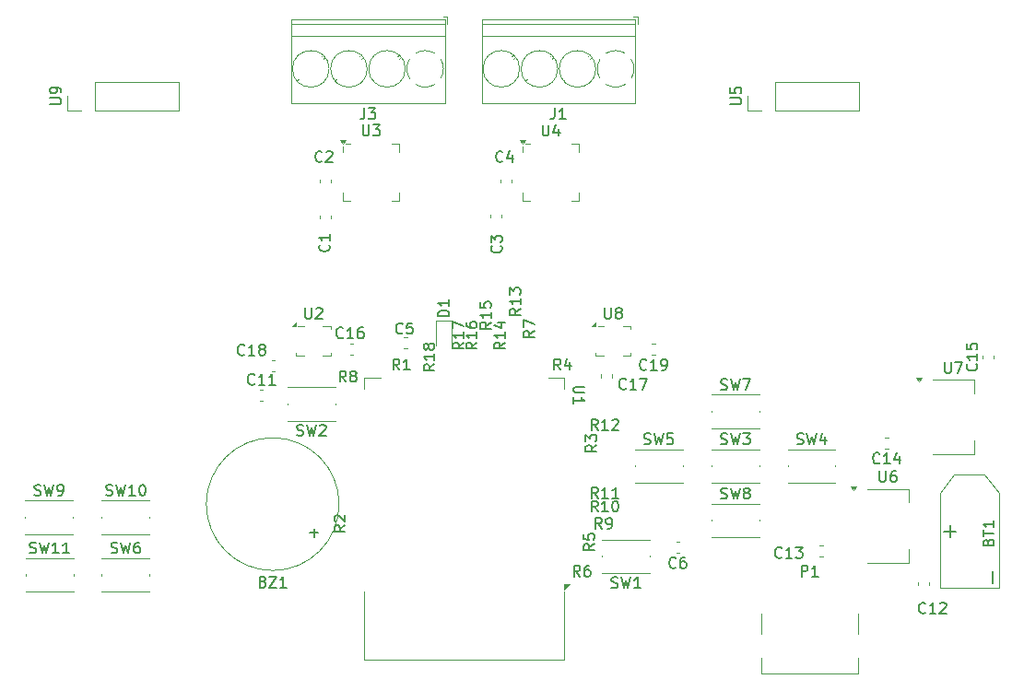
<source format=gbr>
%TF.GenerationSoftware,KiCad,Pcbnew,8.0.8-8.0.8-0~ubuntu22.04.1*%
%TF.CreationDate,2025-01-31T00:32:11-05:00*%
%TF.ProjectId,Electronics,456c6563-7472-46f6-9e69-63732e6b6963,rev?*%
%TF.SameCoordinates,Original*%
%TF.FileFunction,Legend,Top*%
%TF.FilePolarity,Positive*%
%FSLAX46Y46*%
G04 Gerber Fmt 4.6, Leading zero omitted, Abs format (unit mm)*
G04 Created by KiCad (PCBNEW 8.0.8-8.0.8-0~ubuntu22.04.1) date 2025-01-31 00:32:11*
%MOMM*%
%LPD*%
G01*
G04 APERTURE LIST*
%ADD10C,0.150000*%
%ADD11C,0.120000*%
%ADD12C,0.100000*%
G04 APERTURE END LIST*
D10*
X173666667Y-114457200D02*
X173809524Y-114504819D01*
X173809524Y-114504819D02*
X174047619Y-114504819D01*
X174047619Y-114504819D02*
X174142857Y-114457200D01*
X174142857Y-114457200D02*
X174190476Y-114409580D01*
X174190476Y-114409580D02*
X174238095Y-114314342D01*
X174238095Y-114314342D02*
X174238095Y-114219104D01*
X174238095Y-114219104D02*
X174190476Y-114123866D01*
X174190476Y-114123866D02*
X174142857Y-114076247D01*
X174142857Y-114076247D02*
X174047619Y-114028628D01*
X174047619Y-114028628D02*
X173857143Y-113981009D01*
X173857143Y-113981009D02*
X173761905Y-113933390D01*
X173761905Y-113933390D02*
X173714286Y-113885771D01*
X173714286Y-113885771D02*
X173666667Y-113790533D01*
X173666667Y-113790533D02*
X173666667Y-113695295D01*
X173666667Y-113695295D02*
X173714286Y-113600057D01*
X173714286Y-113600057D02*
X173761905Y-113552438D01*
X173761905Y-113552438D02*
X173857143Y-113504819D01*
X173857143Y-113504819D02*
X174095238Y-113504819D01*
X174095238Y-113504819D02*
X174238095Y-113552438D01*
X174571429Y-113504819D02*
X174809524Y-114504819D01*
X174809524Y-114504819D02*
X175000000Y-113790533D01*
X175000000Y-113790533D02*
X175190476Y-114504819D01*
X175190476Y-114504819D02*
X175428572Y-113504819D01*
X175952381Y-113933390D02*
X175857143Y-113885771D01*
X175857143Y-113885771D02*
X175809524Y-113838152D01*
X175809524Y-113838152D02*
X175761905Y-113742914D01*
X175761905Y-113742914D02*
X175761905Y-113695295D01*
X175761905Y-113695295D02*
X175809524Y-113600057D01*
X175809524Y-113600057D02*
X175857143Y-113552438D01*
X175857143Y-113552438D02*
X175952381Y-113504819D01*
X175952381Y-113504819D02*
X176142857Y-113504819D01*
X176142857Y-113504819D02*
X176238095Y-113552438D01*
X176238095Y-113552438D02*
X176285714Y-113600057D01*
X176285714Y-113600057D02*
X176333333Y-113695295D01*
X176333333Y-113695295D02*
X176333333Y-113742914D01*
X176333333Y-113742914D02*
X176285714Y-113838152D01*
X176285714Y-113838152D02*
X176238095Y-113885771D01*
X176238095Y-113885771D02*
X176142857Y-113933390D01*
X176142857Y-113933390D02*
X175952381Y-113933390D01*
X175952381Y-113933390D02*
X175857143Y-113981009D01*
X175857143Y-113981009D02*
X175809524Y-114028628D01*
X175809524Y-114028628D02*
X175761905Y-114123866D01*
X175761905Y-114123866D02*
X175761905Y-114314342D01*
X175761905Y-114314342D02*
X175809524Y-114409580D01*
X175809524Y-114409580D02*
X175857143Y-114457200D01*
X175857143Y-114457200D02*
X175952381Y-114504819D01*
X175952381Y-114504819D02*
X176142857Y-114504819D01*
X176142857Y-114504819D02*
X176238095Y-114457200D01*
X176238095Y-114457200D02*
X176285714Y-114409580D01*
X176285714Y-114409580D02*
X176333333Y-114314342D01*
X176333333Y-114314342D02*
X176333333Y-114123866D01*
X176333333Y-114123866D02*
X176285714Y-114028628D01*
X176285714Y-114028628D02*
X176238095Y-113981009D01*
X176238095Y-113981009D02*
X176142857Y-113933390D01*
X180666667Y-109457200D02*
X180809524Y-109504819D01*
X180809524Y-109504819D02*
X181047619Y-109504819D01*
X181047619Y-109504819D02*
X181142857Y-109457200D01*
X181142857Y-109457200D02*
X181190476Y-109409580D01*
X181190476Y-109409580D02*
X181238095Y-109314342D01*
X181238095Y-109314342D02*
X181238095Y-109219104D01*
X181238095Y-109219104D02*
X181190476Y-109123866D01*
X181190476Y-109123866D02*
X181142857Y-109076247D01*
X181142857Y-109076247D02*
X181047619Y-109028628D01*
X181047619Y-109028628D02*
X180857143Y-108981009D01*
X180857143Y-108981009D02*
X180761905Y-108933390D01*
X180761905Y-108933390D02*
X180714286Y-108885771D01*
X180714286Y-108885771D02*
X180666667Y-108790533D01*
X180666667Y-108790533D02*
X180666667Y-108695295D01*
X180666667Y-108695295D02*
X180714286Y-108600057D01*
X180714286Y-108600057D02*
X180761905Y-108552438D01*
X180761905Y-108552438D02*
X180857143Y-108504819D01*
X180857143Y-108504819D02*
X181095238Y-108504819D01*
X181095238Y-108504819D02*
X181238095Y-108552438D01*
X181571429Y-108504819D02*
X181809524Y-109504819D01*
X181809524Y-109504819D02*
X182000000Y-108790533D01*
X182000000Y-108790533D02*
X182190476Y-109504819D01*
X182190476Y-109504819D02*
X182428572Y-108504819D01*
X183238095Y-108838152D02*
X183238095Y-109504819D01*
X183000000Y-108457200D02*
X182761905Y-109171485D01*
X182761905Y-109171485D02*
X183380952Y-109171485D01*
X134716667Y-108657200D02*
X134859524Y-108704819D01*
X134859524Y-108704819D02*
X135097619Y-108704819D01*
X135097619Y-108704819D02*
X135192857Y-108657200D01*
X135192857Y-108657200D02*
X135240476Y-108609580D01*
X135240476Y-108609580D02*
X135288095Y-108514342D01*
X135288095Y-108514342D02*
X135288095Y-108419104D01*
X135288095Y-108419104D02*
X135240476Y-108323866D01*
X135240476Y-108323866D02*
X135192857Y-108276247D01*
X135192857Y-108276247D02*
X135097619Y-108228628D01*
X135097619Y-108228628D02*
X134907143Y-108181009D01*
X134907143Y-108181009D02*
X134811905Y-108133390D01*
X134811905Y-108133390D02*
X134764286Y-108085771D01*
X134764286Y-108085771D02*
X134716667Y-107990533D01*
X134716667Y-107990533D02*
X134716667Y-107895295D01*
X134716667Y-107895295D02*
X134764286Y-107800057D01*
X134764286Y-107800057D02*
X134811905Y-107752438D01*
X134811905Y-107752438D02*
X134907143Y-107704819D01*
X134907143Y-107704819D02*
X135145238Y-107704819D01*
X135145238Y-107704819D02*
X135288095Y-107752438D01*
X135621429Y-107704819D02*
X135859524Y-108704819D01*
X135859524Y-108704819D02*
X136050000Y-107990533D01*
X136050000Y-107990533D02*
X136240476Y-108704819D01*
X136240476Y-108704819D02*
X136478572Y-107704819D01*
X136811905Y-107800057D02*
X136859524Y-107752438D01*
X136859524Y-107752438D02*
X136954762Y-107704819D01*
X136954762Y-107704819D02*
X137192857Y-107704819D01*
X137192857Y-107704819D02*
X137288095Y-107752438D01*
X137288095Y-107752438D02*
X137335714Y-107800057D01*
X137335714Y-107800057D02*
X137383333Y-107895295D01*
X137383333Y-107895295D02*
X137383333Y-107990533D01*
X137383333Y-107990533D02*
X137335714Y-108133390D01*
X137335714Y-108133390D02*
X136764286Y-108704819D01*
X136764286Y-108704819D02*
X137383333Y-108704819D01*
X162054819Y-118666666D02*
X161578628Y-118999999D01*
X162054819Y-119238094D02*
X161054819Y-119238094D01*
X161054819Y-119238094D02*
X161054819Y-118857142D01*
X161054819Y-118857142D02*
X161102438Y-118761904D01*
X161102438Y-118761904D02*
X161150057Y-118714285D01*
X161150057Y-118714285D02*
X161245295Y-118666666D01*
X161245295Y-118666666D02*
X161388152Y-118666666D01*
X161388152Y-118666666D02*
X161483390Y-118714285D01*
X161483390Y-118714285D02*
X161531009Y-118761904D01*
X161531009Y-118761904D02*
X161578628Y-118857142D01*
X161578628Y-118857142D02*
X161578628Y-119238094D01*
X161054819Y-117761904D02*
X161054819Y-118238094D01*
X161054819Y-118238094D02*
X161531009Y-118285713D01*
X161531009Y-118285713D02*
X161483390Y-118238094D01*
X161483390Y-118238094D02*
X161435771Y-118142856D01*
X161435771Y-118142856D02*
X161435771Y-117904761D01*
X161435771Y-117904761D02*
X161483390Y-117809523D01*
X161483390Y-117809523D02*
X161531009Y-117761904D01*
X161531009Y-117761904D02*
X161626247Y-117714285D01*
X161626247Y-117714285D02*
X161864342Y-117714285D01*
X161864342Y-117714285D02*
X161959580Y-117761904D01*
X161959580Y-117761904D02*
X162007200Y-117809523D01*
X162007200Y-117809523D02*
X162054819Y-117904761D01*
X162054819Y-117904761D02*
X162054819Y-118142856D01*
X162054819Y-118142856D02*
X162007200Y-118238094D01*
X162007200Y-118238094D02*
X161959580Y-118285713D01*
X157288095Y-80157319D02*
X157288095Y-80966842D01*
X157288095Y-80966842D02*
X157335714Y-81062080D01*
X157335714Y-81062080D02*
X157383333Y-81109700D01*
X157383333Y-81109700D02*
X157478571Y-81157319D01*
X157478571Y-81157319D02*
X157669047Y-81157319D01*
X157669047Y-81157319D02*
X157764285Y-81109700D01*
X157764285Y-81109700D02*
X157811904Y-81062080D01*
X157811904Y-81062080D02*
X157859523Y-80966842D01*
X157859523Y-80966842D02*
X157859523Y-80157319D01*
X158764285Y-80490652D02*
X158764285Y-81157319D01*
X158526190Y-80109700D02*
X158288095Y-80823985D01*
X158288095Y-80823985D02*
X158907142Y-80823985D01*
X148704819Y-97738094D02*
X147704819Y-97738094D01*
X147704819Y-97738094D02*
X147704819Y-97499999D01*
X147704819Y-97499999D02*
X147752438Y-97357142D01*
X147752438Y-97357142D02*
X147847676Y-97261904D01*
X147847676Y-97261904D02*
X147942914Y-97214285D01*
X147942914Y-97214285D02*
X148133390Y-97166666D01*
X148133390Y-97166666D02*
X148276247Y-97166666D01*
X148276247Y-97166666D02*
X148466723Y-97214285D01*
X148466723Y-97214285D02*
X148561961Y-97261904D01*
X148561961Y-97261904D02*
X148657200Y-97357142D01*
X148657200Y-97357142D02*
X148704819Y-97499999D01*
X148704819Y-97499999D02*
X148704819Y-97738094D01*
X148704819Y-96214285D02*
X148704819Y-96785713D01*
X148704819Y-96499999D02*
X147704819Y-96499999D01*
X147704819Y-96499999D02*
X147847676Y-96595237D01*
X147847676Y-96595237D02*
X147942914Y-96690475D01*
X147942914Y-96690475D02*
X147990533Y-96785713D01*
X173666667Y-104457200D02*
X173809524Y-104504819D01*
X173809524Y-104504819D02*
X174047619Y-104504819D01*
X174047619Y-104504819D02*
X174142857Y-104457200D01*
X174142857Y-104457200D02*
X174190476Y-104409580D01*
X174190476Y-104409580D02*
X174238095Y-104314342D01*
X174238095Y-104314342D02*
X174238095Y-104219104D01*
X174238095Y-104219104D02*
X174190476Y-104123866D01*
X174190476Y-104123866D02*
X174142857Y-104076247D01*
X174142857Y-104076247D02*
X174047619Y-104028628D01*
X174047619Y-104028628D02*
X173857143Y-103981009D01*
X173857143Y-103981009D02*
X173761905Y-103933390D01*
X173761905Y-103933390D02*
X173714286Y-103885771D01*
X173714286Y-103885771D02*
X173666667Y-103790533D01*
X173666667Y-103790533D02*
X173666667Y-103695295D01*
X173666667Y-103695295D02*
X173714286Y-103600057D01*
X173714286Y-103600057D02*
X173761905Y-103552438D01*
X173761905Y-103552438D02*
X173857143Y-103504819D01*
X173857143Y-103504819D02*
X174095238Y-103504819D01*
X174095238Y-103504819D02*
X174238095Y-103552438D01*
X174571429Y-103504819D02*
X174809524Y-104504819D01*
X174809524Y-104504819D02*
X175000000Y-103790533D01*
X175000000Y-103790533D02*
X175190476Y-104504819D01*
X175190476Y-104504819D02*
X175428572Y-103504819D01*
X175714286Y-103504819D02*
X176380952Y-103504819D01*
X176380952Y-103504819D02*
X175952381Y-104504819D01*
X192457142Y-124959580D02*
X192409523Y-125007200D01*
X192409523Y-125007200D02*
X192266666Y-125054819D01*
X192266666Y-125054819D02*
X192171428Y-125054819D01*
X192171428Y-125054819D02*
X192028571Y-125007200D01*
X192028571Y-125007200D02*
X191933333Y-124911961D01*
X191933333Y-124911961D02*
X191885714Y-124816723D01*
X191885714Y-124816723D02*
X191838095Y-124626247D01*
X191838095Y-124626247D02*
X191838095Y-124483390D01*
X191838095Y-124483390D02*
X191885714Y-124292914D01*
X191885714Y-124292914D02*
X191933333Y-124197676D01*
X191933333Y-124197676D02*
X192028571Y-124102438D01*
X192028571Y-124102438D02*
X192171428Y-124054819D01*
X192171428Y-124054819D02*
X192266666Y-124054819D01*
X192266666Y-124054819D02*
X192409523Y-124102438D01*
X192409523Y-124102438D02*
X192457142Y-124150057D01*
X193409523Y-125054819D02*
X192838095Y-125054819D01*
X193123809Y-125054819D02*
X193123809Y-124054819D01*
X193123809Y-124054819D02*
X193028571Y-124197676D01*
X193028571Y-124197676D02*
X192933333Y-124292914D01*
X192933333Y-124292914D02*
X192838095Y-124340533D01*
X193790476Y-124150057D02*
X193838095Y-124102438D01*
X193838095Y-124102438D02*
X193933333Y-124054819D01*
X193933333Y-124054819D02*
X194171428Y-124054819D01*
X194171428Y-124054819D02*
X194266666Y-124102438D01*
X194266666Y-124102438D02*
X194314285Y-124150057D01*
X194314285Y-124150057D02*
X194361904Y-124245295D01*
X194361904Y-124245295D02*
X194361904Y-124340533D01*
X194361904Y-124340533D02*
X194314285Y-124483390D01*
X194314285Y-124483390D02*
X193742857Y-125054819D01*
X193742857Y-125054819D02*
X194361904Y-125054819D01*
X151254819Y-100142857D02*
X150778628Y-100476190D01*
X151254819Y-100714285D02*
X150254819Y-100714285D01*
X150254819Y-100714285D02*
X150254819Y-100333333D01*
X150254819Y-100333333D02*
X150302438Y-100238095D01*
X150302438Y-100238095D02*
X150350057Y-100190476D01*
X150350057Y-100190476D02*
X150445295Y-100142857D01*
X150445295Y-100142857D02*
X150588152Y-100142857D01*
X150588152Y-100142857D02*
X150683390Y-100190476D01*
X150683390Y-100190476D02*
X150731009Y-100238095D01*
X150731009Y-100238095D02*
X150778628Y-100333333D01*
X150778628Y-100333333D02*
X150778628Y-100714285D01*
X151254819Y-99190476D02*
X151254819Y-99761904D01*
X151254819Y-99476190D02*
X150254819Y-99476190D01*
X150254819Y-99476190D02*
X150397676Y-99571428D01*
X150397676Y-99571428D02*
X150492914Y-99666666D01*
X150492914Y-99666666D02*
X150540533Y-99761904D01*
X150254819Y-98333333D02*
X150254819Y-98523809D01*
X150254819Y-98523809D02*
X150302438Y-98619047D01*
X150302438Y-98619047D02*
X150350057Y-98666666D01*
X150350057Y-98666666D02*
X150492914Y-98761904D01*
X150492914Y-98761904D02*
X150683390Y-98809523D01*
X150683390Y-98809523D02*
X151064342Y-98809523D01*
X151064342Y-98809523D02*
X151159580Y-98761904D01*
X151159580Y-98761904D02*
X151207200Y-98714285D01*
X151207200Y-98714285D02*
X151254819Y-98619047D01*
X151254819Y-98619047D02*
X151254819Y-98428571D01*
X151254819Y-98428571D02*
X151207200Y-98333333D01*
X151207200Y-98333333D02*
X151159580Y-98285714D01*
X151159580Y-98285714D02*
X151064342Y-98238095D01*
X151064342Y-98238095D02*
X150826247Y-98238095D01*
X150826247Y-98238095D02*
X150731009Y-98285714D01*
X150731009Y-98285714D02*
X150683390Y-98333333D01*
X150683390Y-98333333D02*
X150635771Y-98428571D01*
X150635771Y-98428571D02*
X150635771Y-98619047D01*
X150635771Y-98619047D02*
X150683390Y-98714285D01*
X150683390Y-98714285D02*
X150731009Y-98761904D01*
X150731009Y-98761904D02*
X150826247Y-98809523D01*
X173666667Y-109457200D02*
X173809524Y-109504819D01*
X173809524Y-109504819D02*
X174047619Y-109504819D01*
X174047619Y-109504819D02*
X174142857Y-109457200D01*
X174142857Y-109457200D02*
X174190476Y-109409580D01*
X174190476Y-109409580D02*
X174238095Y-109314342D01*
X174238095Y-109314342D02*
X174238095Y-109219104D01*
X174238095Y-109219104D02*
X174190476Y-109123866D01*
X174190476Y-109123866D02*
X174142857Y-109076247D01*
X174142857Y-109076247D02*
X174047619Y-109028628D01*
X174047619Y-109028628D02*
X173857143Y-108981009D01*
X173857143Y-108981009D02*
X173761905Y-108933390D01*
X173761905Y-108933390D02*
X173714286Y-108885771D01*
X173714286Y-108885771D02*
X173666667Y-108790533D01*
X173666667Y-108790533D02*
X173666667Y-108695295D01*
X173666667Y-108695295D02*
X173714286Y-108600057D01*
X173714286Y-108600057D02*
X173761905Y-108552438D01*
X173761905Y-108552438D02*
X173857143Y-108504819D01*
X173857143Y-108504819D02*
X174095238Y-108504819D01*
X174095238Y-108504819D02*
X174238095Y-108552438D01*
X174571429Y-108504819D02*
X174809524Y-109504819D01*
X174809524Y-109504819D02*
X175000000Y-108790533D01*
X175000000Y-108790533D02*
X175190476Y-109504819D01*
X175190476Y-109504819D02*
X175428572Y-108504819D01*
X175714286Y-108504819D02*
X176333333Y-108504819D01*
X176333333Y-108504819D02*
X176000000Y-108885771D01*
X176000000Y-108885771D02*
X176142857Y-108885771D01*
X176142857Y-108885771D02*
X176238095Y-108933390D01*
X176238095Y-108933390D02*
X176285714Y-108981009D01*
X176285714Y-108981009D02*
X176333333Y-109076247D01*
X176333333Y-109076247D02*
X176333333Y-109314342D01*
X176333333Y-109314342D02*
X176285714Y-109409580D01*
X176285714Y-109409580D02*
X176238095Y-109457200D01*
X176238095Y-109457200D02*
X176142857Y-109504819D01*
X176142857Y-109504819D02*
X175857143Y-109504819D01*
X175857143Y-109504819D02*
X175761905Y-109457200D01*
X175761905Y-109457200D02*
X175714286Y-109409580D01*
X137033333Y-83459580D02*
X136985714Y-83507200D01*
X136985714Y-83507200D02*
X136842857Y-83554819D01*
X136842857Y-83554819D02*
X136747619Y-83554819D01*
X136747619Y-83554819D02*
X136604762Y-83507200D01*
X136604762Y-83507200D02*
X136509524Y-83411961D01*
X136509524Y-83411961D02*
X136461905Y-83316723D01*
X136461905Y-83316723D02*
X136414286Y-83126247D01*
X136414286Y-83126247D02*
X136414286Y-82983390D01*
X136414286Y-82983390D02*
X136461905Y-82792914D01*
X136461905Y-82792914D02*
X136509524Y-82697676D01*
X136509524Y-82697676D02*
X136604762Y-82602438D01*
X136604762Y-82602438D02*
X136747619Y-82554819D01*
X136747619Y-82554819D02*
X136842857Y-82554819D01*
X136842857Y-82554819D02*
X136985714Y-82602438D01*
X136985714Y-82602438D02*
X137033333Y-82650057D01*
X137414286Y-82650057D02*
X137461905Y-82602438D01*
X137461905Y-82602438D02*
X137557143Y-82554819D01*
X137557143Y-82554819D02*
X137795238Y-82554819D01*
X137795238Y-82554819D02*
X137890476Y-82602438D01*
X137890476Y-82602438D02*
X137938095Y-82650057D01*
X137938095Y-82650057D02*
X137985714Y-82745295D01*
X137985714Y-82745295D02*
X137985714Y-82840533D01*
X137985714Y-82840533D02*
X137938095Y-82983390D01*
X137938095Y-82983390D02*
X137366667Y-83554819D01*
X137366667Y-83554819D02*
X137985714Y-83554819D01*
X197129580Y-102117857D02*
X197177200Y-102165476D01*
X197177200Y-102165476D02*
X197224819Y-102308333D01*
X197224819Y-102308333D02*
X197224819Y-102403571D01*
X197224819Y-102403571D02*
X197177200Y-102546428D01*
X197177200Y-102546428D02*
X197081961Y-102641666D01*
X197081961Y-102641666D02*
X196986723Y-102689285D01*
X196986723Y-102689285D02*
X196796247Y-102736904D01*
X196796247Y-102736904D02*
X196653390Y-102736904D01*
X196653390Y-102736904D02*
X196462914Y-102689285D01*
X196462914Y-102689285D02*
X196367676Y-102641666D01*
X196367676Y-102641666D02*
X196272438Y-102546428D01*
X196272438Y-102546428D02*
X196224819Y-102403571D01*
X196224819Y-102403571D02*
X196224819Y-102308333D01*
X196224819Y-102308333D02*
X196272438Y-102165476D01*
X196272438Y-102165476D02*
X196320057Y-102117857D01*
X197224819Y-101165476D02*
X197224819Y-101736904D01*
X197224819Y-101451190D02*
X196224819Y-101451190D01*
X196224819Y-101451190D02*
X196367676Y-101546428D01*
X196367676Y-101546428D02*
X196462914Y-101641666D01*
X196462914Y-101641666D02*
X196510533Y-101736904D01*
X196224819Y-100260714D02*
X196224819Y-100736904D01*
X196224819Y-100736904D02*
X196701009Y-100784523D01*
X196701009Y-100784523D02*
X196653390Y-100736904D01*
X196653390Y-100736904D02*
X196605771Y-100641666D01*
X196605771Y-100641666D02*
X196605771Y-100403571D01*
X196605771Y-100403571D02*
X196653390Y-100308333D01*
X196653390Y-100308333D02*
X196701009Y-100260714D01*
X196701009Y-100260714D02*
X196796247Y-100213095D01*
X196796247Y-100213095D02*
X197034342Y-100213095D01*
X197034342Y-100213095D02*
X197129580Y-100260714D01*
X197129580Y-100260714D02*
X197177200Y-100308333D01*
X197177200Y-100308333D02*
X197224819Y-100403571D01*
X197224819Y-100403571D02*
X197224819Y-100641666D01*
X197224819Y-100641666D02*
X197177200Y-100736904D01*
X197177200Y-100736904D02*
X197129580Y-100784523D01*
X162254819Y-109566666D02*
X161778628Y-109899999D01*
X162254819Y-110138094D02*
X161254819Y-110138094D01*
X161254819Y-110138094D02*
X161254819Y-109757142D01*
X161254819Y-109757142D02*
X161302438Y-109661904D01*
X161302438Y-109661904D02*
X161350057Y-109614285D01*
X161350057Y-109614285D02*
X161445295Y-109566666D01*
X161445295Y-109566666D02*
X161588152Y-109566666D01*
X161588152Y-109566666D02*
X161683390Y-109614285D01*
X161683390Y-109614285D02*
X161731009Y-109661904D01*
X161731009Y-109661904D02*
X161778628Y-109757142D01*
X161778628Y-109757142D02*
X161778628Y-110138094D01*
X161254819Y-109233332D02*
X161254819Y-108614285D01*
X161254819Y-108614285D02*
X161635771Y-108947618D01*
X161635771Y-108947618D02*
X161635771Y-108804761D01*
X161635771Y-108804761D02*
X161683390Y-108709523D01*
X161683390Y-108709523D02*
X161731009Y-108661904D01*
X161731009Y-108661904D02*
X161826247Y-108614285D01*
X161826247Y-108614285D02*
X162064342Y-108614285D01*
X162064342Y-108614285D02*
X162159580Y-108661904D01*
X162159580Y-108661904D02*
X162207200Y-108709523D01*
X162207200Y-108709523D02*
X162254819Y-108804761D01*
X162254819Y-108804761D02*
X162254819Y-109090475D01*
X162254819Y-109090475D02*
X162207200Y-109185713D01*
X162207200Y-109185713D02*
X162159580Y-109233332D01*
X117190476Y-114157200D02*
X117333333Y-114204819D01*
X117333333Y-114204819D02*
X117571428Y-114204819D01*
X117571428Y-114204819D02*
X117666666Y-114157200D01*
X117666666Y-114157200D02*
X117714285Y-114109580D01*
X117714285Y-114109580D02*
X117761904Y-114014342D01*
X117761904Y-114014342D02*
X117761904Y-113919104D01*
X117761904Y-113919104D02*
X117714285Y-113823866D01*
X117714285Y-113823866D02*
X117666666Y-113776247D01*
X117666666Y-113776247D02*
X117571428Y-113728628D01*
X117571428Y-113728628D02*
X117380952Y-113681009D01*
X117380952Y-113681009D02*
X117285714Y-113633390D01*
X117285714Y-113633390D02*
X117238095Y-113585771D01*
X117238095Y-113585771D02*
X117190476Y-113490533D01*
X117190476Y-113490533D02*
X117190476Y-113395295D01*
X117190476Y-113395295D02*
X117238095Y-113300057D01*
X117238095Y-113300057D02*
X117285714Y-113252438D01*
X117285714Y-113252438D02*
X117380952Y-113204819D01*
X117380952Y-113204819D02*
X117619047Y-113204819D01*
X117619047Y-113204819D02*
X117761904Y-113252438D01*
X118095238Y-113204819D02*
X118333333Y-114204819D01*
X118333333Y-114204819D02*
X118523809Y-113490533D01*
X118523809Y-113490533D02*
X118714285Y-114204819D01*
X118714285Y-114204819D02*
X118952381Y-113204819D01*
X119857142Y-114204819D02*
X119285714Y-114204819D01*
X119571428Y-114204819D02*
X119571428Y-113204819D01*
X119571428Y-113204819D02*
X119476190Y-113347676D01*
X119476190Y-113347676D02*
X119380952Y-113442914D01*
X119380952Y-113442914D02*
X119285714Y-113490533D01*
X120476190Y-113204819D02*
X120571428Y-113204819D01*
X120571428Y-113204819D02*
X120666666Y-113252438D01*
X120666666Y-113252438D02*
X120714285Y-113300057D01*
X120714285Y-113300057D02*
X120761904Y-113395295D01*
X120761904Y-113395295D02*
X120809523Y-113585771D01*
X120809523Y-113585771D02*
X120809523Y-113823866D01*
X120809523Y-113823866D02*
X120761904Y-114014342D01*
X120761904Y-114014342D02*
X120714285Y-114109580D01*
X120714285Y-114109580D02*
X120666666Y-114157200D01*
X120666666Y-114157200D02*
X120571428Y-114204819D01*
X120571428Y-114204819D02*
X120476190Y-114204819D01*
X120476190Y-114204819D02*
X120380952Y-114157200D01*
X120380952Y-114157200D02*
X120333333Y-114109580D01*
X120333333Y-114109580D02*
X120285714Y-114014342D01*
X120285714Y-114014342D02*
X120238095Y-113823866D01*
X120238095Y-113823866D02*
X120238095Y-113585771D01*
X120238095Y-113585771D02*
X120285714Y-113395295D01*
X120285714Y-113395295D02*
X120333333Y-113300057D01*
X120333333Y-113300057D02*
X120380952Y-113252438D01*
X120380952Y-113252438D02*
X120476190Y-113204819D01*
X150054819Y-100142857D02*
X149578628Y-100476190D01*
X150054819Y-100714285D02*
X149054819Y-100714285D01*
X149054819Y-100714285D02*
X149054819Y-100333333D01*
X149054819Y-100333333D02*
X149102438Y-100238095D01*
X149102438Y-100238095D02*
X149150057Y-100190476D01*
X149150057Y-100190476D02*
X149245295Y-100142857D01*
X149245295Y-100142857D02*
X149388152Y-100142857D01*
X149388152Y-100142857D02*
X149483390Y-100190476D01*
X149483390Y-100190476D02*
X149531009Y-100238095D01*
X149531009Y-100238095D02*
X149578628Y-100333333D01*
X149578628Y-100333333D02*
X149578628Y-100714285D01*
X150054819Y-99190476D02*
X150054819Y-99761904D01*
X150054819Y-99476190D02*
X149054819Y-99476190D01*
X149054819Y-99476190D02*
X149197676Y-99571428D01*
X149197676Y-99571428D02*
X149292914Y-99666666D01*
X149292914Y-99666666D02*
X149340533Y-99761904D01*
X149054819Y-98857142D02*
X149054819Y-98190476D01*
X149054819Y-98190476D02*
X150054819Y-98619047D01*
X166616667Y-109457200D02*
X166759524Y-109504819D01*
X166759524Y-109504819D02*
X166997619Y-109504819D01*
X166997619Y-109504819D02*
X167092857Y-109457200D01*
X167092857Y-109457200D02*
X167140476Y-109409580D01*
X167140476Y-109409580D02*
X167188095Y-109314342D01*
X167188095Y-109314342D02*
X167188095Y-109219104D01*
X167188095Y-109219104D02*
X167140476Y-109123866D01*
X167140476Y-109123866D02*
X167092857Y-109076247D01*
X167092857Y-109076247D02*
X166997619Y-109028628D01*
X166997619Y-109028628D02*
X166807143Y-108981009D01*
X166807143Y-108981009D02*
X166711905Y-108933390D01*
X166711905Y-108933390D02*
X166664286Y-108885771D01*
X166664286Y-108885771D02*
X166616667Y-108790533D01*
X166616667Y-108790533D02*
X166616667Y-108695295D01*
X166616667Y-108695295D02*
X166664286Y-108600057D01*
X166664286Y-108600057D02*
X166711905Y-108552438D01*
X166711905Y-108552438D02*
X166807143Y-108504819D01*
X166807143Y-108504819D02*
X167045238Y-108504819D01*
X167045238Y-108504819D02*
X167188095Y-108552438D01*
X167521429Y-108504819D02*
X167759524Y-109504819D01*
X167759524Y-109504819D02*
X167950000Y-108790533D01*
X167950000Y-108790533D02*
X168140476Y-109504819D01*
X168140476Y-109504819D02*
X168378572Y-108504819D01*
X169235714Y-108504819D02*
X168759524Y-108504819D01*
X168759524Y-108504819D02*
X168711905Y-108981009D01*
X168711905Y-108981009D02*
X168759524Y-108933390D01*
X168759524Y-108933390D02*
X168854762Y-108885771D01*
X168854762Y-108885771D02*
X169092857Y-108885771D01*
X169092857Y-108885771D02*
X169188095Y-108933390D01*
X169188095Y-108933390D02*
X169235714Y-108981009D01*
X169235714Y-108981009D02*
X169283333Y-109076247D01*
X169283333Y-109076247D02*
X169283333Y-109314342D01*
X169283333Y-109314342D02*
X169235714Y-109409580D01*
X169235714Y-109409580D02*
X169188095Y-109457200D01*
X169188095Y-109457200D02*
X169092857Y-109504819D01*
X169092857Y-109504819D02*
X168854762Y-109504819D01*
X168854762Y-109504819D02*
X168759524Y-109457200D01*
X168759524Y-109457200D02*
X168711905Y-109409580D01*
X135475595Y-96967319D02*
X135475595Y-97776842D01*
X135475595Y-97776842D02*
X135523214Y-97872080D01*
X135523214Y-97872080D02*
X135570833Y-97919700D01*
X135570833Y-97919700D02*
X135666071Y-97967319D01*
X135666071Y-97967319D02*
X135856547Y-97967319D01*
X135856547Y-97967319D02*
X135951785Y-97919700D01*
X135951785Y-97919700D02*
X135999404Y-97872080D01*
X135999404Y-97872080D02*
X136047023Y-97776842D01*
X136047023Y-97776842D02*
X136047023Y-96967319D01*
X136475595Y-97062557D02*
X136523214Y-97014938D01*
X136523214Y-97014938D02*
X136618452Y-96967319D01*
X136618452Y-96967319D02*
X136856547Y-96967319D01*
X136856547Y-96967319D02*
X136951785Y-97014938D01*
X136951785Y-97014938D02*
X136999404Y-97062557D01*
X136999404Y-97062557D02*
X137047023Y-97157795D01*
X137047023Y-97157795D02*
X137047023Y-97253033D01*
X137047023Y-97253033D02*
X136999404Y-97395890D01*
X136999404Y-97395890D02*
X136427976Y-97967319D01*
X136427976Y-97967319D02*
X137047023Y-97967319D01*
X162357142Y-114454819D02*
X162023809Y-113978628D01*
X161785714Y-114454819D02*
X161785714Y-113454819D01*
X161785714Y-113454819D02*
X162166666Y-113454819D01*
X162166666Y-113454819D02*
X162261904Y-113502438D01*
X162261904Y-113502438D02*
X162309523Y-113550057D01*
X162309523Y-113550057D02*
X162357142Y-113645295D01*
X162357142Y-113645295D02*
X162357142Y-113788152D01*
X162357142Y-113788152D02*
X162309523Y-113883390D01*
X162309523Y-113883390D02*
X162261904Y-113931009D01*
X162261904Y-113931009D02*
X162166666Y-113978628D01*
X162166666Y-113978628D02*
X161785714Y-113978628D01*
X163309523Y-114454819D02*
X162738095Y-114454819D01*
X163023809Y-114454819D02*
X163023809Y-113454819D01*
X163023809Y-113454819D02*
X162928571Y-113597676D01*
X162928571Y-113597676D02*
X162833333Y-113692914D01*
X162833333Y-113692914D02*
X162738095Y-113740533D01*
X164261904Y-114454819D02*
X163690476Y-114454819D01*
X163976190Y-114454819D02*
X163976190Y-113454819D01*
X163976190Y-113454819D02*
X163880952Y-113597676D01*
X163880952Y-113597676D02*
X163785714Y-113692914D01*
X163785714Y-113692914D02*
X163690476Y-113740533D01*
X174544819Y-78261904D02*
X175354342Y-78261904D01*
X175354342Y-78261904D02*
X175449580Y-78214285D01*
X175449580Y-78214285D02*
X175497200Y-78166666D01*
X175497200Y-78166666D02*
X175544819Y-78071428D01*
X175544819Y-78071428D02*
X175544819Y-77880952D01*
X175544819Y-77880952D02*
X175497200Y-77785714D01*
X175497200Y-77785714D02*
X175449580Y-77738095D01*
X175449580Y-77738095D02*
X175354342Y-77690476D01*
X175354342Y-77690476D02*
X174544819Y-77690476D01*
X174544819Y-76738095D02*
X174544819Y-77214285D01*
X174544819Y-77214285D02*
X175021009Y-77261904D01*
X175021009Y-77261904D02*
X174973390Y-77214285D01*
X174973390Y-77214285D02*
X174925771Y-77119047D01*
X174925771Y-77119047D02*
X174925771Y-76880952D01*
X174925771Y-76880952D02*
X174973390Y-76785714D01*
X174973390Y-76785714D02*
X175021009Y-76738095D01*
X175021009Y-76738095D02*
X175116247Y-76690476D01*
X175116247Y-76690476D02*
X175354342Y-76690476D01*
X175354342Y-76690476D02*
X175449580Y-76738095D01*
X175449580Y-76738095D02*
X175497200Y-76785714D01*
X175497200Y-76785714D02*
X175544819Y-76880952D01*
X175544819Y-76880952D02*
X175544819Y-77119047D01*
X175544819Y-77119047D02*
X175497200Y-77214285D01*
X175497200Y-77214285D02*
X175449580Y-77261904D01*
X158416666Y-78614819D02*
X158416666Y-79329104D01*
X158416666Y-79329104D02*
X158369047Y-79471961D01*
X158369047Y-79471961D02*
X158273809Y-79567200D01*
X158273809Y-79567200D02*
X158130952Y-79614819D01*
X158130952Y-79614819D02*
X158035714Y-79614819D01*
X159416666Y-79614819D02*
X158845238Y-79614819D01*
X159130952Y-79614819D02*
X159130952Y-78614819D01*
X159130952Y-78614819D02*
X159035714Y-78757676D01*
X159035714Y-78757676D02*
X158940476Y-78852914D01*
X158940476Y-78852914D02*
X158845238Y-78900533D01*
X139233333Y-103754819D02*
X138900000Y-103278628D01*
X138661905Y-103754819D02*
X138661905Y-102754819D01*
X138661905Y-102754819D02*
X139042857Y-102754819D01*
X139042857Y-102754819D02*
X139138095Y-102802438D01*
X139138095Y-102802438D02*
X139185714Y-102850057D01*
X139185714Y-102850057D02*
X139233333Y-102945295D01*
X139233333Y-102945295D02*
X139233333Y-103088152D01*
X139233333Y-103088152D02*
X139185714Y-103183390D01*
X139185714Y-103183390D02*
X139138095Y-103231009D01*
X139138095Y-103231009D02*
X139042857Y-103278628D01*
X139042857Y-103278628D02*
X138661905Y-103278628D01*
X139804762Y-103183390D02*
X139709524Y-103135771D01*
X139709524Y-103135771D02*
X139661905Y-103088152D01*
X139661905Y-103088152D02*
X139614286Y-102992914D01*
X139614286Y-102992914D02*
X139614286Y-102945295D01*
X139614286Y-102945295D02*
X139661905Y-102850057D01*
X139661905Y-102850057D02*
X139709524Y-102802438D01*
X139709524Y-102802438D02*
X139804762Y-102754819D01*
X139804762Y-102754819D02*
X139995238Y-102754819D01*
X139995238Y-102754819D02*
X140090476Y-102802438D01*
X140090476Y-102802438D02*
X140138095Y-102850057D01*
X140138095Y-102850057D02*
X140185714Y-102945295D01*
X140185714Y-102945295D02*
X140185714Y-102992914D01*
X140185714Y-102992914D02*
X140138095Y-103088152D01*
X140138095Y-103088152D02*
X140090476Y-103135771D01*
X140090476Y-103135771D02*
X139995238Y-103183390D01*
X139995238Y-103183390D02*
X139804762Y-103183390D01*
X139804762Y-103183390D02*
X139709524Y-103231009D01*
X139709524Y-103231009D02*
X139661905Y-103278628D01*
X139661905Y-103278628D02*
X139614286Y-103373866D01*
X139614286Y-103373866D02*
X139614286Y-103564342D01*
X139614286Y-103564342D02*
X139661905Y-103659580D01*
X139661905Y-103659580D02*
X139709524Y-103707200D01*
X139709524Y-103707200D02*
X139804762Y-103754819D01*
X139804762Y-103754819D02*
X139995238Y-103754819D01*
X139995238Y-103754819D02*
X140090476Y-103707200D01*
X140090476Y-103707200D02*
X140138095Y-103659580D01*
X140138095Y-103659580D02*
X140185714Y-103564342D01*
X140185714Y-103564342D02*
X140185714Y-103373866D01*
X140185714Y-103373866D02*
X140138095Y-103278628D01*
X140138095Y-103278628D02*
X140090476Y-103231009D01*
X140090476Y-103231009D02*
X139995238Y-103183390D01*
X181081905Y-121634819D02*
X181081905Y-120634819D01*
X181081905Y-120634819D02*
X181462857Y-120634819D01*
X181462857Y-120634819D02*
X181558095Y-120682438D01*
X181558095Y-120682438D02*
X181605714Y-120730057D01*
X181605714Y-120730057D02*
X181653333Y-120825295D01*
X181653333Y-120825295D02*
X181653333Y-120968152D01*
X181653333Y-120968152D02*
X181605714Y-121063390D01*
X181605714Y-121063390D02*
X181558095Y-121111009D01*
X181558095Y-121111009D02*
X181462857Y-121158628D01*
X181462857Y-121158628D02*
X181081905Y-121158628D01*
X182605714Y-121634819D02*
X182034286Y-121634819D01*
X182320000Y-121634819D02*
X182320000Y-120634819D01*
X182320000Y-120634819D02*
X182224762Y-120777676D01*
X182224762Y-120777676D02*
X182129524Y-120872914D01*
X182129524Y-120872914D02*
X182034286Y-120920533D01*
X110190476Y-119457200D02*
X110333333Y-119504819D01*
X110333333Y-119504819D02*
X110571428Y-119504819D01*
X110571428Y-119504819D02*
X110666666Y-119457200D01*
X110666666Y-119457200D02*
X110714285Y-119409580D01*
X110714285Y-119409580D02*
X110761904Y-119314342D01*
X110761904Y-119314342D02*
X110761904Y-119219104D01*
X110761904Y-119219104D02*
X110714285Y-119123866D01*
X110714285Y-119123866D02*
X110666666Y-119076247D01*
X110666666Y-119076247D02*
X110571428Y-119028628D01*
X110571428Y-119028628D02*
X110380952Y-118981009D01*
X110380952Y-118981009D02*
X110285714Y-118933390D01*
X110285714Y-118933390D02*
X110238095Y-118885771D01*
X110238095Y-118885771D02*
X110190476Y-118790533D01*
X110190476Y-118790533D02*
X110190476Y-118695295D01*
X110190476Y-118695295D02*
X110238095Y-118600057D01*
X110238095Y-118600057D02*
X110285714Y-118552438D01*
X110285714Y-118552438D02*
X110380952Y-118504819D01*
X110380952Y-118504819D02*
X110619047Y-118504819D01*
X110619047Y-118504819D02*
X110761904Y-118552438D01*
X111095238Y-118504819D02*
X111333333Y-119504819D01*
X111333333Y-119504819D02*
X111523809Y-118790533D01*
X111523809Y-118790533D02*
X111714285Y-119504819D01*
X111714285Y-119504819D02*
X111952381Y-118504819D01*
X112857142Y-119504819D02*
X112285714Y-119504819D01*
X112571428Y-119504819D02*
X112571428Y-118504819D01*
X112571428Y-118504819D02*
X112476190Y-118647676D01*
X112476190Y-118647676D02*
X112380952Y-118742914D01*
X112380952Y-118742914D02*
X112285714Y-118790533D01*
X113809523Y-119504819D02*
X113238095Y-119504819D01*
X113523809Y-119504819D02*
X113523809Y-118504819D01*
X113523809Y-118504819D02*
X113428571Y-118647676D01*
X113428571Y-118647676D02*
X113333333Y-118742914D01*
X113333333Y-118742914D02*
X113238095Y-118790533D01*
X188238095Y-111954819D02*
X188238095Y-112764342D01*
X188238095Y-112764342D02*
X188285714Y-112859580D01*
X188285714Y-112859580D02*
X188333333Y-112907200D01*
X188333333Y-112907200D02*
X188428571Y-112954819D01*
X188428571Y-112954819D02*
X188619047Y-112954819D01*
X188619047Y-112954819D02*
X188714285Y-112907200D01*
X188714285Y-112907200D02*
X188761904Y-112859580D01*
X188761904Y-112859580D02*
X188809523Y-112764342D01*
X188809523Y-112764342D02*
X188809523Y-111954819D01*
X189714285Y-111954819D02*
X189523809Y-111954819D01*
X189523809Y-111954819D02*
X189428571Y-112002438D01*
X189428571Y-112002438D02*
X189380952Y-112050057D01*
X189380952Y-112050057D02*
X189285714Y-112192914D01*
X189285714Y-112192914D02*
X189238095Y-112383390D01*
X189238095Y-112383390D02*
X189238095Y-112764342D01*
X189238095Y-112764342D02*
X189285714Y-112859580D01*
X189285714Y-112859580D02*
X189333333Y-112907200D01*
X189333333Y-112907200D02*
X189428571Y-112954819D01*
X189428571Y-112954819D02*
X189619047Y-112954819D01*
X189619047Y-112954819D02*
X189714285Y-112907200D01*
X189714285Y-112907200D02*
X189761904Y-112859580D01*
X189761904Y-112859580D02*
X189809523Y-112764342D01*
X189809523Y-112764342D02*
X189809523Y-112526247D01*
X189809523Y-112526247D02*
X189761904Y-112431009D01*
X189761904Y-112431009D02*
X189714285Y-112383390D01*
X189714285Y-112383390D02*
X189619047Y-112335771D01*
X189619047Y-112335771D02*
X189428571Y-112335771D01*
X189428571Y-112335771D02*
X189333333Y-112383390D01*
X189333333Y-112383390D02*
X189285714Y-112431009D01*
X189285714Y-112431009D02*
X189238095Y-112526247D01*
X156554819Y-99066666D02*
X156078628Y-99399999D01*
X156554819Y-99638094D02*
X155554819Y-99638094D01*
X155554819Y-99638094D02*
X155554819Y-99257142D01*
X155554819Y-99257142D02*
X155602438Y-99161904D01*
X155602438Y-99161904D02*
X155650057Y-99114285D01*
X155650057Y-99114285D02*
X155745295Y-99066666D01*
X155745295Y-99066666D02*
X155888152Y-99066666D01*
X155888152Y-99066666D02*
X155983390Y-99114285D01*
X155983390Y-99114285D02*
X156031009Y-99161904D01*
X156031009Y-99161904D02*
X156078628Y-99257142D01*
X156078628Y-99257142D02*
X156078628Y-99638094D01*
X155554819Y-98733332D02*
X155554819Y-98066666D01*
X155554819Y-98066666D02*
X156554819Y-98495237D01*
X166832142Y-102589580D02*
X166784523Y-102637200D01*
X166784523Y-102637200D02*
X166641666Y-102684819D01*
X166641666Y-102684819D02*
X166546428Y-102684819D01*
X166546428Y-102684819D02*
X166403571Y-102637200D01*
X166403571Y-102637200D02*
X166308333Y-102541961D01*
X166308333Y-102541961D02*
X166260714Y-102446723D01*
X166260714Y-102446723D02*
X166213095Y-102256247D01*
X166213095Y-102256247D02*
X166213095Y-102113390D01*
X166213095Y-102113390D02*
X166260714Y-101922914D01*
X166260714Y-101922914D02*
X166308333Y-101827676D01*
X166308333Y-101827676D02*
X166403571Y-101732438D01*
X166403571Y-101732438D02*
X166546428Y-101684819D01*
X166546428Y-101684819D02*
X166641666Y-101684819D01*
X166641666Y-101684819D02*
X166784523Y-101732438D01*
X166784523Y-101732438D02*
X166832142Y-101780057D01*
X167784523Y-102684819D02*
X167213095Y-102684819D01*
X167498809Y-102684819D02*
X167498809Y-101684819D01*
X167498809Y-101684819D02*
X167403571Y-101827676D01*
X167403571Y-101827676D02*
X167308333Y-101922914D01*
X167308333Y-101922914D02*
X167213095Y-101970533D01*
X168260714Y-102684819D02*
X168451190Y-102684819D01*
X168451190Y-102684819D02*
X168546428Y-102637200D01*
X168546428Y-102637200D02*
X168594047Y-102589580D01*
X168594047Y-102589580D02*
X168689285Y-102446723D01*
X168689285Y-102446723D02*
X168736904Y-102256247D01*
X168736904Y-102256247D02*
X168736904Y-101875295D01*
X168736904Y-101875295D02*
X168689285Y-101780057D01*
X168689285Y-101780057D02*
X168641666Y-101732438D01*
X168641666Y-101732438D02*
X168546428Y-101684819D01*
X168546428Y-101684819D02*
X168355952Y-101684819D01*
X168355952Y-101684819D02*
X168260714Y-101732438D01*
X168260714Y-101732438D02*
X168213095Y-101780057D01*
X168213095Y-101780057D02*
X168165476Y-101875295D01*
X168165476Y-101875295D02*
X168165476Y-102113390D01*
X168165476Y-102113390D02*
X168213095Y-102208628D01*
X168213095Y-102208628D02*
X168260714Y-102256247D01*
X168260714Y-102256247D02*
X168355952Y-102303866D01*
X168355952Y-102303866D02*
X168546428Y-102303866D01*
X168546428Y-102303866D02*
X168641666Y-102256247D01*
X168641666Y-102256247D02*
X168689285Y-102208628D01*
X168689285Y-102208628D02*
X168736904Y-102113390D01*
X162733333Y-117254819D02*
X162400000Y-116778628D01*
X162161905Y-117254819D02*
X162161905Y-116254819D01*
X162161905Y-116254819D02*
X162542857Y-116254819D01*
X162542857Y-116254819D02*
X162638095Y-116302438D01*
X162638095Y-116302438D02*
X162685714Y-116350057D01*
X162685714Y-116350057D02*
X162733333Y-116445295D01*
X162733333Y-116445295D02*
X162733333Y-116588152D01*
X162733333Y-116588152D02*
X162685714Y-116683390D01*
X162685714Y-116683390D02*
X162638095Y-116731009D01*
X162638095Y-116731009D02*
X162542857Y-116778628D01*
X162542857Y-116778628D02*
X162161905Y-116778628D01*
X163209524Y-117254819D02*
X163400000Y-117254819D01*
X163400000Y-117254819D02*
X163495238Y-117207200D01*
X163495238Y-117207200D02*
X163542857Y-117159580D01*
X163542857Y-117159580D02*
X163638095Y-117016723D01*
X163638095Y-117016723D02*
X163685714Y-116826247D01*
X163685714Y-116826247D02*
X163685714Y-116445295D01*
X163685714Y-116445295D02*
X163638095Y-116350057D01*
X163638095Y-116350057D02*
X163590476Y-116302438D01*
X163590476Y-116302438D02*
X163495238Y-116254819D01*
X163495238Y-116254819D02*
X163304762Y-116254819D01*
X163304762Y-116254819D02*
X163209524Y-116302438D01*
X163209524Y-116302438D02*
X163161905Y-116350057D01*
X163161905Y-116350057D02*
X163114286Y-116445295D01*
X163114286Y-116445295D02*
X163114286Y-116683390D01*
X163114286Y-116683390D02*
X163161905Y-116778628D01*
X163161905Y-116778628D02*
X163209524Y-116826247D01*
X163209524Y-116826247D02*
X163304762Y-116873866D01*
X163304762Y-116873866D02*
X163495238Y-116873866D01*
X163495238Y-116873866D02*
X163590476Y-116826247D01*
X163590476Y-116826247D02*
X163638095Y-116778628D01*
X163638095Y-116778628D02*
X163685714Y-116683390D01*
X153633333Y-83459580D02*
X153585714Y-83507200D01*
X153585714Y-83507200D02*
X153442857Y-83554819D01*
X153442857Y-83554819D02*
X153347619Y-83554819D01*
X153347619Y-83554819D02*
X153204762Y-83507200D01*
X153204762Y-83507200D02*
X153109524Y-83411961D01*
X153109524Y-83411961D02*
X153061905Y-83316723D01*
X153061905Y-83316723D02*
X153014286Y-83126247D01*
X153014286Y-83126247D02*
X153014286Y-82983390D01*
X153014286Y-82983390D02*
X153061905Y-82792914D01*
X153061905Y-82792914D02*
X153109524Y-82697676D01*
X153109524Y-82697676D02*
X153204762Y-82602438D01*
X153204762Y-82602438D02*
X153347619Y-82554819D01*
X153347619Y-82554819D02*
X153442857Y-82554819D01*
X153442857Y-82554819D02*
X153585714Y-82602438D01*
X153585714Y-82602438D02*
X153633333Y-82650057D01*
X154490476Y-82888152D02*
X154490476Y-83554819D01*
X154252381Y-82507200D02*
X154014286Y-83221485D01*
X154014286Y-83221485D02*
X154633333Y-83221485D01*
X140775595Y-80144819D02*
X140775595Y-80954342D01*
X140775595Y-80954342D02*
X140823214Y-81049580D01*
X140823214Y-81049580D02*
X140870833Y-81097200D01*
X140870833Y-81097200D02*
X140966071Y-81144819D01*
X140966071Y-81144819D02*
X141156547Y-81144819D01*
X141156547Y-81144819D02*
X141251785Y-81097200D01*
X141251785Y-81097200D02*
X141299404Y-81049580D01*
X141299404Y-81049580D02*
X141347023Y-80954342D01*
X141347023Y-80954342D02*
X141347023Y-80144819D01*
X141727976Y-80144819D02*
X142347023Y-80144819D01*
X142347023Y-80144819D02*
X142013690Y-80525771D01*
X142013690Y-80525771D02*
X142156547Y-80525771D01*
X142156547Y-80525771D02*
X142251785Y-80573390D01*
X142251785Y-80573390D02*
X142299404Y-80621009D01*
X142299404Y-80621009D02*
X142347023Y-80716247D01*
X142347023Y-80716247D02*
X142347023Y-80954342D01*
X142347023Y-80954342D02*
X142299404Y-81049580D01*
X142299404Y-81049580D02*
X142251785Y-81097200D01*
X142251785Y-81097200D02*
X142156547Y-81144819D01*
X142156547Y-81144819D02*
X141870833Y-81144819D01*
X141870833Y-81144819D02*
X141775595Y-81097200D01*
X141775595Y-81097200D02*
X141727976Y-81049580D01*
X153854819Y-100147857D02*
X153378628Y-100481190D01*
X153854819Y-100719285D02*
X152854819Y-100719285D01*
X152854819Y-100719285D02*
X152854819Y-100338333D01*
X152854819Y-100338333D02*
X152902438Y-100243095D01*
X152902438Y-100243095D02*
X152950057Y-100195476D01*
X152950057Y-100195476D02*
X153045295Y-100147857D01*
X153045295Y-100147857D02*
X153188152Y-100147857D01*
X153188152Y-100147857D02*
X153283390Y-100195476D01*
X153283390Y-100195476D02*
X153331009Y-100243095D01*
X153331009Y-100243095D02*
X153378628Y-100338333D01*
X153378628Y-100338333D02*
X153378628Y-100719285D01*
X153854819Y-99195476D02*
X153854819Y-99766904D01*
X153854819Y-99481190D02*
X152854819Y-99481190D01*
X152854819Y-99481190D02*
X152997676Y-99576428D01*
X152997676Y-99576428D02*
X153092914Y-99671666D01*
X153092914Y-99671666D02*
X153140533Y-99766904D01*
X153188152Y-98338333D02*
X153854819Y-98338333D01*
X152807200Y-98576428D02*
X153521485Y-98814523D01*
X153521485Y-98814523D02*
X153521485Y-98195476D01*
X162357142Y-115704819D02*
X162023809Y-115228628D01*
X161785714Y-115704819D02*
X161785714Y-114704819D01*
X161785714Y-114704819D02*
X162166666Y-114704819D01*
X162166666Y-114704819D02*
X162261904Y-114752438D01*
X162261904Y-114752438D02*
X162309523Y-114800057D01*
X162309523Y-114800057D02*
X162357142Y-114895295D01*
X162357142Y-114895295D02*
X162357142Y-115038152D01*
X162357142Y-115038152D02*
X162309523Y-115133390D01*
X162309523Y-115133390D02*
X162261904Y-115181009D01*
X162261904Y-115181009D02*
X162166666Y-115228628D01*
X162166666Y-115228628D02*
X161785714Y-115228628D01*
X163309523Y-115704819D02*
X162738095Y-115704819D01*
X163023809Y-115704819D02*
X163023809Y-114704819D01*
X163023809Y-114704819D02*
X162928571Y-114847676D01*
X162928571Y-114847676D02*
X162833333Y-114942914D01*
X162833333Y-114942914D02*
X162738095Y-114990533D01*
X163928571Y-114704819D02*
X164023809Y-114704819D01*
X164023809Y-114704819D02*
X164119047Y-114752438D01*
X164119047Y-114752438D02*
X164166666Y-114800057D01*
X164166666Y-114800057D02*
X164214285Y-114895295D01*
X164214285Y-114895295D02*
X164261904Y-115085771D01*
X164261904Y-115085771D02*
X164261904Y-115323866D01*
X164261904Y-115323866D02*
X164214285Y-115514342D01*
X164214285Y-115514342D02*
X164166666Y-115609580D01*
X164166666Y-115609580D02*
X164119047Y-115657200D01*
X164119047Y-115657200D02*
X164023809Y-115704819D01*
X164023809Y-115704819D02*
X163928571Y-115704819D01*
X163928571Y-115704819D02*
X163833333Y-115657200D01*
X163833333Y-115657200D02*
X163785714Y-115609580D01*
X163785714Y-115609580D02*
X163738095Y-115514342D01*
X163738095Y-115514342D02*
X163690476Y-115323866D01*
X163690476Y-115323866D02*
X163690476Y-115085771D01*
X163690476Y-115085771D02*
X163738095Y-114895295D01*
X163738095Y-114895295D02*
X163785714Y-114800057D01*
X163785714Y-114800057D02*
X163833333Y-114752438D01*
X163833333Y-114752438D02*
X163928571Y-114704819D01*
X198231009Y-118485714D02*
X198278628Y-118342857D01*
X198278628Y-118342857D02*
X198326247Y-118295238D01*
X198326247Y-118295238D02*
X198421485Y-118247619D01*
X198421485Y-118247619D02*
X198564342Y-118247619D01*
X198564342Y-118247619D02*
X198659580Y-118295238D01*
X198659580Y-118295238D02*
X198707200Y-118342857D01*
X198707200Y-118342857D02*
X198754819Y-118438095D01*
X198754819Y-118438095D02*
X198754819Y-118819047D01*
X198754819Y-118819047D02*
X197754819Y-118819047D01*
X197754819Y-118819047D02*
X197754819Y-118485714D01*
X197754819Y-118485714D02*
X197802438Y-118390476D01*
X197802438Y-118390476D02*
X197850057Y-118342857D01*
X197850057Y-118342857D02*
X197945295Y-118295238D01*
X197945295Y-118295238D02*
X198040533Y-118295238D01*
X198040533Y-118295238D02*
X198135771Y-118342857D01*
X198135771Y-118342857D02*
X198183390Y-118390476D01*
X198183390Y-118390476D02*
X198231009Y-118485714D01*
X198231009Y-118485714D02*
X198231009Y-118819047D01*
X197754819Y-117961904D02*
X197754819Y-117390476D01*
X198754819Y-117676190D02*
X197754819Y-117676190D01*
X198754819Y-116533333D02*
X198754819Y-117104761D01*
X198754819Y-116819047D02*
X197754819Y-116819047D01*
X197754819Y-116819047D02*
X197897676Y-116914285D01*
X197897676Y-116914285D02*
X197992914Y-117009523D01*
X197992914Y-117009523D02*
X198040533Y-117104761D01*
X198614700Y-122271428D02*
X198614700Y-121128571D01*
X194714700Y-118071428D02*
X194714700Y-116928571D01*
X195286128Y-117499999D02*
X194143271Y-117499999D01*
X137659580Y-91166666D02*
X137707200Y-91214285D01*
X137707200Y-91214285D02*
X137754819Y-91357142D01*
X137754819Y-91357142D02*
X137754819Y-91452380D01*
X137754819Y-91452380D02*
X137707200Y-91595237D01*
X137707200Y-91595237D02*
X137611961Y-91690475D01*
X137611961Y-91690475D02*
X137516723Y-91738094D01*
X137516723Y-91738094D02*
X137326247Y-91785713D01*
X137326247Y-91785713D02*
X137183390Y-91785713D01*
X137183390Y-91785713D02*
X136992914Y-91738094D01*
X136992914Y-91738094D02*
X136897676Y-91690475D01*
X136897676Y-91690475D02*
X136802438Y-91595237D01*
X136802438Y-91595237D02*
X136754819Y-91452380D01*
X136754819Y-91452380D02*
X136754819Y-91357142D01*
X136754819Y-91357142D02*
X136802438Y-91214285D01*
X136802438Y-91214285D02*
X136850057Y-91166666D01*
X137754819Y-90214285D02*
X137754819Y-90785713D01*
X137754819Y-90499999D02*
X136754819Y-90499999D01*
X136754819Y-90499999D02*
X136897676Y-90595237D01*
X136897676Y-90595237D02*
X136992914Y-90690475D01*
X136992914Y-90690475D02*
X137040533Y-90785713D01*
X144433333Y-99259580D02*
X144385714Y-99307200D01*
X144385714Y-99307200D02*
X144242857Y-99354819D01*
X144242857Y-99354819D02*
X144147619Y-99354819D01*
X144147619Y-99354819D02*
X144004762Y-99307200D01*
X144004762Y-99307200D02*
X143909524Y-99211961D01*
X143909524Y-99211961D02*
X143861905Y-99116723D01*
X143861905Y-99116723D02*
X143814286Y-98926247D01*
X143814286Y-98926247D02*
X143814286Y-98783390D01*
X143814286Y-98783390D02*
X143861905Y-98592914D01*
X143861905Y-98592914D02*
X143909524Y-98497676D01*
X143909524Y-98497676D02*
X144004762Y-98402438D01*
X144004762Y-98402438D02*
X144147619Y-98354819D01*
X144147619Y-98354819D02*
X144242857Y-98354819D01*
X144242857Y-98354819D02*
X144385714Y-98402438D01*
X144385714Y-98402438D02*
X144433333Y-98450057D01*
X145338095Y-98354819D02*
X144861905Y-98354819D01*
X144861905Y-98354819D02*
X144814286Y-98831009D01*
X144814286Y-98831009D02*
X144861905Y-98783390D01*
X144861905Y-98783390D02*
X144957143Y-98735771D01*
X144957143Y-98735771D02*
X145195238Y-98735771D01*
X145195238Y-98735771D02*
X145290476Y-98783390D01*
X145290476Y-98783390D02*
X145338095Y-98831009D01*
X145338095Y-98831009D02*
X145385714Y-98926247D01*
X145385714Y-98926247D02*
X145385714Y-99164342D01*
X145385714Y-99164342D02*
X145338095Y-99259580D01*
X145338095Y-99259580D02*
X145290476Y-99307200D01*
X145290476Y-99307200D02*
X145195238Y-99354819D01*
X145195238Y-99354819D02*
X144957143Y-99354819D01*
X144957143Y-99354819D02*
X144861905Y-99307200D01*
X144861905Y-99307200D02*
X144814286Y-99259580D01*
X194238095Y-101954819D02*
X194238095Y-102764342D01*
X194238095Y-102764342D02*
X194285714Y-102859580D01*
X194285714Y-102859580D02*
X194333333Y-102907200D01*
X194333333Y-102907200D02*
X194428571Y-102954819D01*
X194428571Y-102954819D02*
X194619047Y-102954819D01*
X194619047Y-102954819D02*
X194714285Y-102907200D01*
X194714285Y-102907200D02*
X194761904Y-102859580D01*
X194761904Y-102859580D02*
X194809523Y-102764342D01*
X194809523Y-102764342D02*
X194809523Y-101954819D01*
X195190476Y-101954819D02*
X195857142Y-101954819D01*
X195857142Y-101954819D02*
X195428571Y-102954819D01*
X144133333Y-102654819D02*
X143800000Y-102178628D01*
X143561905Y-102654819D02*
X143561905Y-101654819D01*
X143561905Y-101654819D02*
X143942857Y-101654819D01*
X143942857Y-101654819D02*
X144038095Y-101702438D01*
X144038095Y-101702438D02*
X144085714Y-101750057D01*
X144085714Y-101750057D02*
X144133333Y-101845295D01*
X144133333Y-101845295D02*
X144133333Y-101988152D01*
X144133333Y-101988152D02*
X144085714Y-102083390D01*
X144085714Y-102083390D02*
X144038095Y-102131009D01*
X144038095Y-102131009D02*
X143942857Y-102178628D01*
X143942857Y-102178628D02*
X143561905Y-102178628D01*
X145085714Y-102654819D02*
X144514286Y-102654819D01*
X144800000Y-102654819D02*
X144800000Y-101654819D01*
X144800000Y-101654819D02*
X144704762Y-101797676D01*
X144704762Y-101797676D02*
X144609524Y-101892914D01*
X144609524Y-101892914D02*
X144514286Y-101940533D01*
X152554819Y-98297857D02*
X152078628Y-98631190D01*
X152554819Y-98869285D02*
X151554819Y-98869285D01*
X151554819Y-98869285D02*
X151554819Y-98488333D01*
X151554819Y-98488333D02*
X151602438Y-98393095D01*
X151602438Y-98393095D02*
X151650057Y-98345476D01*
X151650057Y-98345476D02*
X151745295Y-98297857D01*
X151745295Y-98297857D02*
X151888152Y-98297857D01*
X151888152Y-98297857D02*
X151983390Y-98345476D01*
X151983390Y-98345476D02*
X152031009Y-98393095D01*
X152031009Y-98393095D02*
X152078628Y-98488333D01*
X152078628Y-98488333D02*
X152078628Y-98869285D01*
X152554819Y-97345476D02*
X152554819Y-97916904D01*
X152554819Y-97631190D02*
X151554819Y-97631190D01*
X151554819Y-97631190D02*
X151697676Y-97726428D01*
X151697676Y-97726428D02*
X151792914Y-97821666D01*
X151792914Y-97821666D02*
X151840533Y-97916904D01*
X151554819Y-96440714D02*
X151554819Y-96916904D01*
X151554819Y-96916904D02*
X152031009Y-96964523D01*
X152031009Y-96964523D02*
X151983390Y-96916904D01*
X151983390Y-96916904D02*
X151935771Y-96821666D01*
X151935771Y-96821666D02*
X151935771Y-96583571D01*
X151935771Y-96583571D02*
X151983390Y-96488333D01*
X151983390Y-96488333D02*
X152031009Y-96440714D01*
X152031009Y-96440714D02*
X152126247Y-96393095D01*
X152126247Y-96393095D02*
X152364342Y-96393095D01*
X152364342Y-96393095D02*
X152459580Y-96440714D01*
X152459580Y-96440714D02*
X152507200Y-96488333D01*
X152507200Y-96488333D02*
X152554819Y-96583571D01*
X152554819Y-96583571D02*
X152554819Y-96821666D01*
X152554819Y-96821666D02*
X152507200Y-96916904D01*
X152507200Y-96916904D02*
X152459580Y-96964523D01*
X153459580Y-91266666D02*
X153507200Y-91314285D01*
X153507200Y-91314285D02*
X153554819Y-91457142D01*
X153554819Y-91457142D02*
X153554819Y-91552380D01*
X153554819Y-91552380D02*
X153507200Y-91695237D01*
X153507200Y-91695237D02*
X153411961Y-91790475D01*
X153411961Y-91790475D02*
X153316723Y-91838094D01*
X153316723Y-91838094D02*
X153126247Y-91885713D01*
X153126247Y-91885713D02*
X152983390Y-91885713D01*
X152983390Y-91885713D02*
X152792914Y-91838094D01*
X152792914Y-91838094D02*
X152697676Y-91790475D01*
X152697676Y-91790475D02*
X152602438Y-91695237D01*
X152602438Y-91695237D02*
X152554819Y-91552380D01*
X152554819Y-91552380D02*
X152554819Y-91457142D01*
X152554819Y-91457142D02*
X152602438Y-91314285D01*
X152602438Y-91314285D02*
X152650057Y-91266666D01*
X152554819Y-90933332D02*
X152554819Y-90314285D01*
X152554819Y-90314285D02*
X152935771Y-90647618D01*
X152935771Y-90647618D02*
X152935771Y-90504761D01*
X152935771Y-90504761D02*
X152983390Y-90409523D01*
X152983390Y-90409523D02*
X153031009Y-90361904D01*
X153031009Y-90361904D02*
X153126247Y-90314285D01*
X153126247Y-90314285D02*
X153364342Y-90314285D01*
X153364342Y-90314285D02*
X153459580Y-90361904D01*
X153459580Y-90361904D02*
X153507200Y-90409523D01*
X153507200Y-90409523D02*
X153554819Y-90504761D01*
X153554819Y-90504761D02*
X153554819Y-90790475D01*
X153554819Y-90790475D02*
X153507200Y-90885713D01*
X153507200Y-90885713D02*
X153459580Y-90933332D01*
X110616667Y-114157200D02*
X110759524Y-114204819D01*
X110759524Y-114204819D02*
X110997619Y-114204819D01*
X110997619Y-114204819D02*
X111092857Y-114157200D01*
X111092857Y-114157200D02*
X111140476Y-114109580D01*
X111140476Y-114109580D02*
X111188095Y-114014342D01*
X111188095Y-114014342D02*
X111188095Y-113919104D01*
X111188095Y-113919104D02*
X111140476Y-113823866D01*
X111140476Y-113823866D02*
X111092857Y-113776247D01*
X111092857Y-113776247D02*
X110997619Y-113728628D01*
X110997619Y-113728628D02*
X110807143Y-113681009D01*
X110807143Y-113681009D02*
X110711905Y-113633390D01*
X110711905Y-113633390D02*
X110664286Y-113585771D01*
X110664286Y-113585771D02*
X110616667Y-113490533D01*
X110616667Y-113490533D02*
X110616667Y-113395295D01*
X110616667Y-113395295D02*
X110664286Y-113300057D01*
X110664286Y-113300057D02*
X110711905Y-113252438D01*
X110711905Y-113252438D02*
X110807143Y-113204819D01*
X110807143Y-113204819D02*
X111045238Y-113204819D01*
X111045238Y-113204819D02*
X111188095Y-113252438D01*
X111521429Y-113204819D02*
X111759524Y-114204819D01*
X111759524Y-114204819D02*
X111950000Y-113490533D01*
X111950000Y-113490533D02*
X112140476Y-114204819D01*
X112140476Y-114204819D02*
X112378572Y-113204819D01*
X112807143Y-114204819D02*
X112997619Y-114204819D01*
X112997619Y-114204819D02*
X113092857Y-114157200D01*
X113092857Y-114157200D02*
X113140476Y-114109580D01*
X113140476Y-114109580D02*
X113235714Y-113966723D01*
X113235714Y-113966723D02*
X113283333Y-113776247D01*
X113283333Y-113776247D02*
X113283333Y-113395295D01*
X113283333Y-113395295D02*
X113235714Y-113300057D01*
X113235714Y-113300057D02*
X113188095Y-113252438D01*
X113188095Y-113252438D02*
X113092857Y-113204819D01*
X113092857Y-113204819D02*
X112902381Y-113204819D01*
X112902381Y-113204819D02*
X112807143Y-113252438D01*
X112807143Y-113252438D02*
X112759524Y-113300057D01*
X112759524Y-113300057D02*
X112711905Y-113395295D01*
X112711905Y-113395295D02*
X112711905Y-113633390D01*
X112711905Y-113633390D02*
X112759524Y-113728628D01*
X112759524Y-113728628D02*
X112807143Y-113776247D01*
X112807143Y-113776247D02*
X112902381Y-113823866D01*
X112902381Y-113823866D02*
X113092857Y-113823866D01*
X113092857Y-113823866D02*
X113188095Y-113776247D01*
X113188095Y-113776247D02*
X113235714Y-113728628D01*
X113235714Y-113728628D02*
X113283333Y-113633390D01*
X138957142Y-99659580D02*
X138909523Y-99707200D01*
X138909523Y-99707200D02*
X138766666Y-99754819D01*
X138766666Y-99754819D02*
X138671428Y-99754819D01*
X138671428Y-99754819D02*
X138528571Y-99707200D01*
X138528571Y-99707200D02*
X138433333Y-99611961D01*
X138433333Y-99611961D02*
X138385714Y-99516723D01*
X138385714Y-99516723D02*
X138338095Y-99326247D01*
X138338095Y-99326247D02*
X138338095Y-99183390D01*
X138338095Y-99183390D02*
X138385714Y-98992914D01*
X138385714Y-98992914D02*
X138433333Y-98897676D01*
X138433333Y-98897676D02*
X138528571Y-98802438D01*
X138528571Y-98802438D02*
X138671428Y-98754819D01*
X138671428Y-98754819D02*
X138766666Y-98754819D01*
X138766666Y-98754819D02*
X138909523Y-98802438D01*
X138909523Y-98802438D02*
X138957142Y-98850057D01*
X139909523Y-99754819D02*
X139338095Y-99754819D01*
X139623809Y-99754819D02*
X139623809Y-98754819D01*
X139623809Y-98754819D02*
X139528571Y-98897676D01*
X139528571Y-98897676D02*
X139433333Y-98992914D01*
X139433333Y-98992914D02*
X139338095Y-99040533D01*
X140766666Y-98754819D02*
X140576190Y-98754819D01*
X140576190Y-98754819D02*
X140480952Y-98802438D01*
X140480952Y-98802438D02*
X140433333Y-98850057D01*
X140433333Y-98850057D02*
X140338095Y-98992914D01*
X140338095Y-98992914D02*
X140290476Y-99183390D01*
X140290476Y-99183390D02*
X140290476Y-99564342D01*
X140290476Y-99564342D02*
X140338095Y-99659580D01*
X140338095Y-99659580D02*
X140385714Y-99707200D01*
X140385714Y-99707200D02*
X140480952Y-99754819D01*
X140480952Y-99754819D02*
X140671428Y-99754819D01*
X140671428Y-99754819D02*
X140766666Y-99707200D01*
X140766666Y-99707200D02*
X140814285Y-99659580D01*
X140814285Y-99659580D02*
X140861904Y-99564342D01*
X140861904Y-99564342D02*
X140861904Y-99326247D01*
X140861904Y-99326247D02*
X140814285Y-99231009D01*
X140814285Y-99231009D02*
X140766666Y-99183390D01*
X140766666Y-99183390D02*
X140671428Y-99135771D01*
X140671428Y-99135771D02*
X140480952Y-99135771D01*
X140480952Y-99135771D02*
X140385714Y-99183390D01*
X140385714Y-99183390D02*
X140338095Y-99231009D01*
X140338095Y-99231009D02*
X140290476Y-99326247D01*
X169533333Y-120789580D02*
X169485714Y-120837200D01*
X169485714Y-120837200D02*
X169342857Y-120884819D01*
X169342857Y-120884819D02*
X169247619Y-120884819D01*
X169247619Y-120884819D02*
X169104762Y-120837200D01*
X169104762Y-120837200D02*
X169009524Y-120741961D01*
X169009524Y-120741961D02*
X168961905Y-120646723D01*
X168961905Y-120646723D02*
X168914286Y-120456247D01*
X168914286Y-120456247D02*
X168914286Y-120313390D01*
X168914286Y-120313390D02*
X168961905Y-120122914D01*
X168961905Y-120122914D02*
X169009524Y-120027676D01*
X169009524Y-120027676D02*
X169104762Y-119932438D01*
X169104762Y-119932438D02*
X169247619Y-119884819D01*
X169247619Y-119884819D02*
X169342857Y-119884819D01*
X169342857Y-119884819D02*
X169485714Y-119932438D01*
X169485714Y-119932438D02*
X169533333Y-119980057D01*
X170390476Y-119884819D02*
X170200000Y-119884819D01*
X170200000Y-119884819D02*
X170104762Y-119932438D01*
X170104762Y-119932438D02*
X170057143Y-119980057D01*
X170057143Y-119980057D02*
X169961905Y-120122914D01*
X169961905Y-120122914D02*
X169914286Y-120313390D01*
X169914286Y-120313390D02*
X169914286Y-120694342D01*
X169914286Y-120694342D02*
X169961905Y-120789580D01*
X169961905Y-120789580D02*
X170009524Y-120837200D01*
X170009524Y-120837200D02*
X170104762Y-120884819D01*
X170104762Y-120884819D02*
X170295238Y-120884819D01*
X170295238Y-120884819D02*
X170390476Y-120837200D01*
X170390476Y-120837200D02*
X170438095Y-120789580D01*
X170438095Y-120789580D02*
X170485714Y-120694342D01*
X170485714Y-120694342D02*
X170485714Y-120456247D01*
X170485714Y-120456247D02*
X170438095Y-120361009D01*
X170438095Y-120361009D02*
X170390476Y-120313390D01*
X170390476Y-120313390D02*
X170295238Y-120265771D01*
X170295238Y-120265771D02*
X170104762Y-120265771D01*
X170104762Y-120265771D02*
X170009524Y-120313390D01*
X170009524Y-120313390D02*
X169961905Y-120361009D01*
X169961905Y-120361009D02*
X169914286Y-120456247D01*
X163616667Y-122657200D02*
X163759524Y-122704819D01*
X163759524Y-122704819D02*
X163997619Y-122704819D01*
X163997619Y-122704819D02*
X164092857Y-122657200D01*
X164092857Y-122657200D02*
X164140476Y-122609580D01*
X164140476Y-122609580D02*
X164188095Y-122514342D01*
X164188095Y-122514342D02*
X164188095Y-122419104D01*
X164188095Y-122419104D02*
X164140476Y-122323866D01*
X164140476Y-122323866D02*
X164092857Y-122276247D01*
X164092857Y-122276247D02*
X163997619Y-122228628D01*
X163997619Y-122228628D02*
X163807143Y-122181009D01*
X163807143Y-122181009D02*
X163711905Y-122133390D01*
X163711905Y-122133390D02*
X163664286Y-122085771D01*
X163664286Y-122085771D02*
X163616667Y-121990533D01*
X163616667Y-121990533D02*
X163616667Y-121895295D01*
X163616667Y-121895295D02*
X163664286Y-121800057D01*
X163664286Y-121800057D02*
X163711905Y-121752438D01*
X163711905Y-121752438D02*
X163807143Y-121704819D01*
X163807143Y-121704819D02*
X164045238Y-121704819D01*
X164045238Y-121704819D02*
X164188095Y-121752438D01*
X164521429Y-121704819D02*
X164759524Y-122704819D01*
X164759524Y-122704819D02*
X164950000Y-121990533D01*
X164950000Y-121990533D02*
X165140476Y-122704819D01*
X165140476Y-122704819D02*
X165378572Y-121704819D01*
X166283333Y-122704819D02*
X165711905Y-122704819D01*
X165997619Y-122704819D02*
X165997619Y-121704819D01*
X165997619Y-121704819D02*
X165902381Y-121847676D01*
X165902381Y-121847676D02*
X165807143Y-121942914D01*
X165807143Y-121942914D02*
X165711905Y-121990533D01*
X155254819Y-97032857D02*
X154778628Y-97366190D01*
X155254819Y-97604285D02*
X154254819Y-97604285D01*
X154254819Y-97604285D02*
X154254819Y-97223333D01*
X154254819Y-97223333D02*
X154302438Y-97128095D01*
X154302438Y-97128095D02*
X154350057Y-97080476D01*
X154350057Y-97080476D02*
X154445295Y-97032857D01*
X154445295Y-97032857D02*
X154588152Y-97032857D01*
X154588152Y-97032857D02*
X154683390Y-97080476D01*
X154683390Y-97080476D02*
X154731009Y-97128095D01*
X154731009Y-97128095D02*
X154778628Y-97223333D01*
X154778628Y-97223333D02*
X154778628Y-97604285D01*
X155254819Y-96080476D02*
X155254819Y-96651904D01*
X155254819Y-96366190D02*
X154254819Y-96366190D01*
X154254819Y-96366190D02*
X154397676Y-96461428D01*
X154397676Y-96461428D02*
X154492914Y-96556666D01*
X154492914Y-96556666D02*
X154540533Y-96651904D01*
X154254819Y-95747142D02*
X154254819Y-95128095D01*
X154254819Y-95128095D02*
X154635771Y-95461428D01*
X154635771Y-95461428D02*
X154635771Y-95318571D01*
X154635771Y-95318571D02*
X154683390Y-95223333D01*
X154683390Y-95223333D02*
X154731009Y-95175714D01*
X154731009Y-95175714D02*
X154826247Y-95128095D01*
X154826247Y-95128095D02*
X155064342Y-95128095D01*
X155064342Y-95128095D02*
X155159580Y-95175714D01*
X155159580Y-95175714D02*
X155207200Y-95223333D01*
X155207200Y-95223333D02*
X155254819Y-95318571D01*
X155254819Y-95318571D02*
X155254819Y-95604285D01*
X155254819Y-95604285D02*
X155207200Y-95699523D01*
X155207200Y-95699523D02*
X155159580Y-95747142D01*
X129907142Y-101229580D02*
X129859523Y-101277200D01*
X129859523Y-101277200D02*
X129716666Y-101324819D01*
X129716666Y-101324819D02*
X129621428Y-101324819D01*
X129621428Y-101324819D02*
X129478571Y-101277200D01*
X129478571Y-101277200D02*
X129383333Y-101181961D01*
X129383333Y-101181961D02*
X129335714Y-101086723D01*
X129335714Y-101086723D02*
X129288095Y-100896247D01*
X129288095Y-100896247D02*
X129288095Y-100753390D01*
X129288095Y-100753390D02*
X129335714Y-100562914D01*
X129335714Y-100562914D02*
X129383333Y-100467676D01*
X129383333Y-100467676D02*
X129478571Y-100372438D01*
X129478571Y-100372438D02*
X129621428Y-100324819D01*
X129621428Y-100324819D02*
X129716666Y-100324819D01*
X129716666Y-100324819D02*
X129859523Y-100372438D01*
X129859523Y-100372438D02*
X129907142Y-100420057D01*
X130859523Y-101324819D02*
X130288095Y-101324819D01*
X130573809Y-101324819D02*
X130573809Y-100324819D01*
X130573809Y-100324819D02*
X130478571Y-100467676D01*
X130478571Y-100467676D02*
X130383333Y-100562914D01*
X130383333Y-100562914D02*
X130288095Y-100610533D01*
X131430952Y-100753390D02*
X131335714Y-100705771D01*
X131335714Y-100705771D02*
X131288095Y-100658152D01*
X131288095Y-100658152D02*
X131240476Y-100562914D01*
X131240476Y-100562914D02*
X131240476Y-100515295D01*
X131240476Y-100515295D02*
X131288095Y-100420057D01*
X131288095Y-100420057D02*
X131335714Y-100372438D01*
X131335714Y-100372438D02*
X131430952Y-100324819D01*
X131430952Y-100324819D02*
X131621428Y-100324819D01*
X131621428Y-100324819D02*
X131716666Y-100372438D01*
X131716666Y-100372438D02*
X131764285Y-100420057D01*
X131764285Y-100420057D02*
X131811904Y-100515295D01*
X131811904Y-100515295D02*
X131811904Y-100562914D01*
X131811904Y-100562914D02*
X131764285Y-100658152D01*
X131764285Y-100658152D02*
X131716666Y-100705771D01*
X131716666Y-100705771D02*
X131621428Y-100753390D01*
X131621428Y-100753390D02*
X131430952Y-100753390D01*
X131430952Y-100753390D02*
X131335714Y-100801009D01*
X131335714Y-100801009D02*
X131288095Y-100848628D01*
X131288095Y-100848628D02*
X131240476Y-100943866D01*
X131240476Y-100943866D02*
X131240476Y-101134342D01*
X131240476Y-101134342D02*
X131288095Y-101229580D01*
X131288095Y-101229580D02*
X131335714Y-101277200D01*
X131335714Y-101277200D02*
X131430952Y-101324819D01*
X131430952Y-101324819D02*
X131621428Y-101324819D01*
X131621428Y-101324819D02*
X131716666Y-101277200D01*
X131716666Y-101277200D02*
X131764285Y-101229580D01*
X131764285Y-101229580D02*
X131811904Y-101134342D01*
X131811904Y-101134342D02*
X131811904Y-100943866D01*
X131811904Y-100943866D02*
X131764285Y-100848628D01*
X131764285Y-100848628D02*
X131716666Y-100801009D01*
X131716666Y-100801009D02*
X131621428Y-100753390D01*
X163000595Y-96954819D02*
X163000595Y-97764342D01*
X163000595Y-97764342D02*
X163048214Y-97859580D01*
X163048214Y-97859580D02*
X163095833Y-97907200D01*
X163095833Y-97907200D02*
X163191071Y-97954819D01*
X163191071Y-97954819D02*
X163381547Y-97954819D01*
X163381547Y-97954819D02*
X163476785Y-97907200D01*
X163476785Y-97907200D02*
X163524404Y-97859580D01*
X163524404Y-97859580D02*
X163572023Y-97764342D01*
X163572023Y-97764342D02*
X163572023Y-96954819D01*
X164191071Y-97383390D02*
X164095833Y-97335771D01*
X164095833Y-97335771D02*
X164048214Y-97288152D01*
X164048214Y-97288152D02*
X164000595Y-97192914D01*
X164000595Y-97192914D02*
X164000595Y-97145295D01*
X164000595Y-97145295D02*
X164048214Y-97050057D01*
X164048214Y-97050057D02*
X164095833Y-97002438D01*
X164095833Y-97002438D02*
X164191071Y-96954819D01*
X164191071Y-96954819D02*
X164381547Y-96954819D01*
X164381547Y-96954819D02*
X164476785Y-97002438D01*
X164476785Y-97002438D02*
X164524404Y-97050057D01*
X164524404Y-97050057D02*
X164572023Y-97145295D01*
X164572023Y-97145295D02*
X164572023Y-97192914D01*
X164572023Y-97192914D02*
X164524404Y-97288152D01*
X164524404Y-97288152D02*
X164476785Y-97335771D01*
X164476785Y-97335771D02*
X164381547Y-97383390D01*
X164381547Y-97383390D02*
X164191071Y-97383390D01*
X164191071Y-97383390D02*
X164095833Y-97431009D01*
X164095833Y-97431009D02*
X164048214Y-97478628D01*
X164048214Y-97478628D02*
X164000595Y-97573866D01*
X164000595Y-97573866D02*
X164000595Y-97764342D01*
X164000595Y-97764342D02*
X164048214Y-97859580D01*
X164048214Y-97859580D02*
X164095833Y-97907200D01*
X164095833Y-97907200D02*
X164191071Y-97954819D01*
X164191071Y-97954819D02*
X164381547Y-97954819D01*
X164381547Y-97954819D02*
X164476785Y-97907200D01*
X164476785Y-97907200D02*
X164524404Y-97859580D01*
X164524404Y-97859580D02*
X164572023Y-97764342D01*
X164572023Y-97764342D02*
X164572023Y-97573866D01*
X164572023Y-97573866D02*
X164524404Y-97478628D01*
X164524404Y-97478628D02*
X164476785Y-97431009D01*
X164476785Y-97431009D02*
X164381547Y-97383390D01*
X188257142Y-111189580D02*
X188209523Y-111237200D01*
X188209523Y-111237200D02*
X188066666Y-111284819D01*
X188066666Y-111284819D02*
X187971428Y-111284819D01*
X187971428Y-111284819D02*
X187828571Y-111237200D01*
X187828571Y-111237200D02*
X187733333Y-111141961D01*
X187733333Y-111141961D02*
X187685714Y-111046723D01*
X187685714Y-111046723D02*
X187638095Y-110856247D01*
X187638095Y-110856247D02*
X187638095Y-110713390D01*
X187638095Y-110713390D02*
X187685714Y-110522914D01*
X187685714Y-110522914D02*
X187733333Y-110427676D01*
X187733333Y-110427676D02*
X187828571Y-110332438D01*
X187828571Y-110332438D02*
X187971428Y-110284819D01*
X187971428Y-110284819D02*
X188066666Y-110284819D01*
X188066666Y-110284819D02*
X188209523Y-110332438D01*
X188209523Y-110332438D02*
X188257142Y-110380057D01*
X189209523Y-111284819D02*
X188638095Y-111284819D01*
X188923809Y-111284819D02*
X188923809Y-110284819D01*
X188923809Y-110284819D02*
X188828571Y-110427676D01*
X188828571Y-110427676D02*
X188733333Y-110522914D01*
X188733333Y-110522914D02*
X188638095Y-110570533D01*
X190066666Y-110618152D02*
X190066666Y-111284819D01*
X189828571Y-110237200D02*
X189590476Y-110951485D01*
X189590476Y-110951485D02*
X190209523Y-110951485D01*
X179257142Y-119859580D02*
X179209523Y-119907200D01*
X179209523Y-119907200D02*
X179066666Y-119954819D01*
X179066666Y-119954819D02*
X178971428Y-119954819D01*
X178971428Y-119954819D02*
X178828571Y-119907200D01*
X178828571Y-119907200D02*
X178733333Y-119811961D01*
X178733333Y-119811961D02*
X178685714Y-119716723D01*
X178685714Y-119716723D02*
X178638095Y-119526247D01*
X178638095Y-119526247D02*
X178638095Y-119383390D01*
X178638095Y-119383390D02*
X178685714Y-119192914D01*
X178685714Y-119192914D02*
X178733333Y-119097676D01*
X178733333Y-119097676D02*
X178828571Y-119002438D01*
X178828571Y-119002438D02*
X178971428Y-118954819D01*
X178971428Y-118954819D02*
X179066666Y-118954819D01*
X179066666Y-118954819D02*
X179209523Y-119002438D01*
X179209523Y-119002438D02*
X179257142Y-119050057D01*
X180209523Y-119954819D02*
X179638095Y-119954819D01*
X179923809Y-119954819D02*
X179923809Y-118954819D01*
X179923809Y-118954819D02*
X179828571Y-119097676D01*
X179828571Y-119097676D02*
X179733333Y-119192914D01*
X179733333Y-119192914D02*
X179638095Y-119240533D01*
X180542857Y-118954819D02*
X181161904Y-118954819D01*
X181161904Y-118954819D02*
X180828571Y-119335771D01*
X180828571Y-119335771D02*
X180971428Y-119335771D01*
X180971428Y-119335771D02*
X181066666Y-119383390D01*
X181066666Y-119383390D02*
X181114285Y-119431009D01*
X181114285Y-119431009D02*
X181161904Y-119526247D01*
X181161904Y-119526247D02*
X181161904Y-119764342D01*
X181161904Y-119764342D02*
X181114285Y-119859580D01*
X181114285Y-119859580D02*
X181066666Y-119907200D01*
X181066666Y-119907200D02*
X180971428Y-119954819D01*
X180971428Y-119954819D02*
X180685714Y-119954819D01*
X180685714Y-119954819D02*
X180590476Y-119907200D01*
X180590476Y-119907200D02*
X180542857Y-119859580D01*
X158933333Y-102654819D02*
X158600000Y-102178628D01*
X158361905Y-102654819D02*
X158361905Y-101654819D01*
X158361905Y-101654819D02*
X158742857Y-101654819D01*
X158742857Y-101654819D02*
X158838095Y-101702438D01*
X158838095Y-101702438D02*
X158885714Y-101750057D01*
X158885714Y-101750057D02*
X158933333Y-101845295D01*
X158933333Y-101845295D02*
X158933333Y-101988152D01*
X158933333Y-101988152D02*
X158885714Y-102083390D01*
X158885714Y-102083390D02*
X158838095Y-102131009D01*
X158838095Y-102131009D02*
X158742857Y-102178628D01*
X158742857Y-102178628D02*
X158361905Y-102178628D01*
X159790476Y-101988152D02*
X159790476Y-102654819D01*
X159552381Y-101607200D02*
X159314286Y-102321485D01*
X159314286Y-102321485D02*
X159933333Y-102321485D01*
X162357142Y-108204819D02*
X162023809Y-107728628D01*
X161785714Y-108204819D02*
X161785714Y-107204819D01*
X161785714Y-107204819D02*
X162166666Y-107204819D01*
X162166666Y-107204819D02*
X162261904Y-107252438D01*
X162261904Y-107252438D02*
X162309523Y-107300057D01*
X162309523Y-107300057D02*
X162357142Y-107395295D01*
X162357142Y-107395295D02*
X162357142Y-107538152D01*
X162357142Y-107538152D02*
X162309523Y-107633390D01*
X162309523Y-107633390D02*
X162261904Y-107681009D01*
X162261904Y-107681009D02*
X162166666Y-107728628D01*
X162166666Y-107728628D02*
X161785714Y-107728628D01*
X163309523Y-108204819D02*
X162738095Y-108204819D01*
X163023809Y-108204819D02*
X163023809Y-107204819D01*
X163023809Y-107204819D02*
X162928571Y-107347676D01*
X162928571Y-107347676D02*
X162833333Y-107442914D01*
X162833333Y-107442914D02*
X162738095Y-107490533D01*
X163690476Y-107300057D02*
X163738095Y-107252438D01*
X163738095Y-107252438D02*
X163833333Y-107204819D01*
X163833333Y-107204819D02*
X164071428Y-107204819D01*
X164071428Y-107204819D02*
X164166666Y-107252438D01*
X164166666Y-107252438D02*
X164214285Y-107300057D01*
X164214285Y-107300057D02*
X164261904Y-107395295D01*
X164261904Y-107395295D02*
X164261904Y-107490533D01*
X164261904Y-107490533D02*
X164214285Y-107633390D01*
X164214285Y-107633390D02*
X163642857Y-108204819D01*
X163642857Y-108204819D02*
X164261904Y-108204819D01*
X112044819Y-78261904D02*
X112854342Y-78261904D01*
X112854342Y-78261904D02*
X112949580Y-78214285D01*
X112949580Y-78214285D02*
X112997200Y-78166666D01*
X112997200Y-78166666D02*
X113044819Y-78071428D01*
X113044819Y-78071428D02*
X113044819Y-77880952D01*
X113044819Y-77880952D02*
X112997200Y-77785714D01*
X112997200Y-77785714D02*
X112949580Y-77738095D01*
X112949580Y-77738095D02*
X112854342Y-77690476D01*
X112854342Y-77690476D02*
X112044819Y-77690476D01*
X113044819Y-77166666D02*
X113044819Y-76976190D01*
X113044819Y-76976190D02*
X112997200Y-76880952D01*
X112997200Y-76880952D02*
X112949580Y-76833333D01*
X112949580Y-76833333D02*
X112806723Y-76738095D01*
X112806723Y-76738095D02*
X112616247Y-76690476D01*
X112616247Y-76690476D02*
X112235295Y-76690476D01*
X112235295Y-76690476D02*
X112140057Y-76738095D01*
X112140057Y-76738095D02*
X112092438Y-76785714D01*
X112092438Y-76785714D02*
X112044819Y-76880952D01*
X112044819Y-76880952D02*
X112044819Y-77071428D01*
X112044819Y-77071428D02*
X112092438Y-77166666D01*
X112092438Y-77166666D02*
X112140057Y-77214285D01*
X112140057Y-77214285D02*
X112235295Y-77261904D01*
X112235295Y-77261904D02*
X112473390Y-77261904D01*
X112473390Y-77261904D02*
X112568628Y-77214285D01*
X112568628Y-77214285D02*
X112616247Y-77166666D01*
X112616247Y-77166666D02*
X112663866Y-77071428D01*
X112663866Y-77071428D02*
X112663866Y-76880952D01*
X112663866Y-76880952D02*
X112616247Y-76785714D01*
X112616247Y-76785714D02*
X112568628Y-76738095D01*
X112568628Y-76738095D02*
X112473390Y-76690476D01*
X147354819Y-102142857D02*
X146878628Y-102476190D01*
X147354819Y-102714285D02*
X146354819Y-102714285D01*
X146354819Y-102714285D02*
X146354819Y-102333333D01*
X146354819Y-102333333D02*
X146402438Y-102238095D01*
X146402438Y-102238095D02*
X146450057Y-102190476D01*
X146450057Y-102190476D02*
X146545295Y-102142857D01*
X146545295Y-102142857D02*
X146688152Y-102142857D01*
X146688152Y-102142857D02*
X146783390Y-102190476D01*
X146783390Y-102190476D02*
X146831009Y-102238095D01*
X146831009Y-102238095D02*
X146878628Y-102333333D01*
X146878628Y-102333333D02*
X146878628Y-102714285D01*
X147354819Y-101190476D02*
X147354819Y-101761904D01*
X147354819Y-101476190D02*
X146354819Y-101476190D01*
X146354819Y-101476190D02*
X146497676Y-101571428D01*
X146497676Y-101571428D02*
X146592914Y-101666666D01*
X146592914Y-101666666D02*
X146640533Y-101761904D01*
X146783390Y-100619047D02*
X146735771Y-100714285D01*
X146735771Y-100714285D02*
X146688152Y-100761904D01*
X146688152Y-100761904D02*
X146592914Y-100809523D01*
X146592914Y-100809523D02*
X146545295Y-100809523D01*
X146545295Y-100809523D02*
X146450057Y-100761904D01*
X146450057Y-100761904D02*
X146402438Y-100714285D01*
X146402438Y-100714285D02*
X146354819Y-100619047D01*
X146354819Y-100619047D02*
X146354819Y-100428571D01*
X146354819Y-100428571D02*
X146402438Y-100333333D01*
X146402438Y-100333333D02*
X146450057Y-100285714D01*
X146450057Y-100285714D02*
X146545295Y-100238095D01*
X146545295Y-100238095D02*
X146592914Y-100238095D01*
X146592914Y-100238095D02*
X146688152Y-100285714D01*
X146688152Y-100285714D02*
X146735771Y-100333333D01*
X146735771Y-100333333D02*
X146783390Y-100428571D01*
X146783390Y-100428571D02*
X146783390Y-100619047D01*
X146783390Y-100619047D02*
X146831009Y-100714285D01*
X146831009Y-100714285D02*
X146878628Y-100761904D01*
X146878628Y-100761904D02*
X146973866Y-100809523D01*
X146973866Y-100809523D02*
X147164342Y-100809523D01*
X147164342Y-100809523D02*
X147259580Y-100761904D01*
X147259580Y-100761904D02*
X147307200Y-100714285D01*
X147307200Y-100714285D02*
X147354819Y-100619047D01*
X147354819Y-100619047D02*
X147354819Y-100428571D01*
X147354819Y-100428571D02*
X147307200Y-100333333D01*
X147307200Y-100333333D02*
X147259580Y-100285714D01*
X147259580Y-100285714D02*
X147164342Y-100238095D01*
X147164342Y-100238095D02*
X146973866Y-100238095D01*
X146973866Y-100238095D02*
X146878628Y-100285714D01*
X146878628Y-100285714D02*
X146831009Y-100333333D01*
X146831009Y-100333333D02*
X146783390Y-100428571D01*
X161145180Y-104198095D02*
X160335657Y-104198095D01*
X160335657Y-104198095D02*
X160240419Y-104245714D01*
X160240419Y-104245714D02*
X160192800Y-104293333D01*
X160192800Y-104293333D02*
X160145180Y-104388571D01*
X160145180Y-104388571D02*
X160145180Y-104579047D01*
X160145180Y-104579047D02*
X160192800Y-104674285D01*
X160192800Y-104674285D02*
X160240419Y-104721904D01*
X160240419Y-104721904D02*
X160335657Y-104769523D01*
X160335657Y-104769523D02*
X161145180Y-104769523D01*
X160145180Y-105769523D02*
X160145180Y-105198095D01*
X160145180Y-105483809D02*
X161145180Y-105483809D01*
X161145180Y-105483809D02*
X161002323Y-105388571D01*
X161002323Y-105388571D02*
X160907085Y-105293333D01*
X160907085Y-105293333D02*
X160859466Y-105198095D01*
X117666667Y-119457200D02*
X117809524Y-119504819D01*
X117809524Y-119504819D02*
X118047619Y-119504819D01*
X118047619Y-119504819D02*
X118142857Y-119457200D01*
X118142857Y-119457200D02*
X118190476Y-119409580D01*
X118190476Y-119409580D02*
X118238095Y-119314342D01*
X118238095Y-119314342D02*
X118238095Y-119219104D01*
X118238095Y-119219104D02*
X118190476Y-119123866D01*
X118190476Y-119123866D02*
X118142857Y-119076247D01*
X118142857Y-119076247D02*
X118047619Y-119028628D01*
X118047619Y-119028628D02*
X117857143Y-118981009D01*
X117857143Y-118981009D02*
X117761905Y-118933390D01*
X117761905Y-118933390D02*
X117714286Y-118885771D01*
X117714286Y-118885771D02*
X117666667Y-118790533D01*
X117666667Y-118790533D02*
X117666667Y-118695295D01*
X117666667Y-118695295D02*
X117714286Y-118600057D01*
X117714286Y-118600057D02*
X117761905Y-118552438D01*
X117761905Y-118552438D02*
X117857143Y-118504819D01*
X117857143Y-118504819D02*
X118095238Y-118504819D01*
X118095238Y-118504819D02*
X118238095Y-118552438D01*
X118571429Y-118504819D02*
X118809524Y-119504819D01*
X118809524Y-119504819D02*
X119000000Y-118790533D01*
X119000000Y-118790533D02*
X119190476Y-119504819D01*
X119190476Y-119504819D02*
X119428572Y-118504819D01*
X120238095Y-118504819D02*
X120047619Y-118504819D01*
X120047619Y-118504819D02*
X119952381Y-118552438D01*
X119952381Y-118552438D02*
X119904762Y-118600057D01*
X119904762Y-118600057D02*
X119809524Y-118742914D01*
X119809524Y-118742914D02*
X119761905Y-118933390D01*
X119761905Y-118933390D02*
X119761905Y-119314342D01*
X119761905Y-119314342D02*
X119809524Y-119409580D01*
X119809524Y-119409580D02*
X119857143Y-119457200D01*
X119857143Y-119457200D02*
X119952381Y-119504819D01*
X119952381Y-119504819D02*
X120142857Y-119504819D01*
X120142857Y-119504819D02*
X120238095Y-119457200D01*
X120238095Y-119457200D02*
X120285714Y-119409580D01*
X120285714Y-119409580D02*
X120333333Y-119314342D01*
X120333333Y-119314342D02*
X120333333Y-119076247D01*
X120333333Y-119076247D02*
X120285714Y-118981009D01*
X120285714Y-118981009D02*
X120238095Y-118933390D01*
X120238095Y-118933390D02*
X120142857Y-118885771D01*
X120142857Y-118885771D02*
X119952381Y-118885771D01*
X119952381Y-118885771D02*
X119857143Y-118933390D01*
X119857143Y-118933390D02*
X119809524Y-118981009D01*
X119809524Y-118981009D02*
X119761905Y-119076247D01*
X164957142Y-104359580D02*
X164909523Y-104407200D01*
X164909523Y-104407200D02*
X164766666Y-104454819D01*
X164766666Y-104454819D02*
X164671428Y-104454819D01*
X164671428Y-104454819D02*
X164528571Y-104407200D01*
X164528571Y-104407200D02*
X164433333Y-104311961D01*
X164433333Y-104311961D02*
X164385714Y-104216723D01*
X164385714Y-104216723D02*
X164338095Y-104026247D01*
X164338095Y-104026247D02*
X164338095Y-103883390D01*
X164338095Y-103883390D02*
X164385714Y-103692914D01*
X164385714Y-103692914D02*
X164433333Y-103597676D01*
X164433333Y-103597676D02*
X164528571Y-103502438D01*
X164528571Y-103502438D02*
X164671428Y-103454819D01*
X164671428Y-103454819D02*
X164766666Y-103454819D01*
X164766666Y-103454819D02*
X164909523Y-103502438D01*
X164909523Y-103502438D02*
X164957142Y-103550057D01*
X165909523Y-104454819D02*
X165338095Y-104454819D01*
X165623809Y-104454819D02*
X165623809Y-103454819D01*
X165623809Y-103454819D02*
X165528571Y-103597676D01*
X165528571Y-103597676D02*
X165433333Y-103692914D01*
X165433333Y-103692914D02*
X165338095Y-103740533D01*
X166242857Y-103454819D02*
X166909523Y-103454819D01*
X166909523Y-103454819D02*
X166480952Y-104454819D01*
X140916666Y-78614819D02*
X140916666Y-79329104D01*
X140916666Y-79329104D02*
X140869047Y-79471961D01*
X140869047Y-79471961D02*
X140773809Y-79567200D01*
X140773809Y-79567200D02*
X140630952Y-79614819D01*
X140630952Y-79614819D02*
X140535714Y-79614819D01*
X141297619Y-78614819D02*
X141916666Y-78614819D01*
X141916666Y-78614819D02*
X141583333Y-78995771D01*
X141583333Y-78995771D02*
X141726190Y-78995771D01*
X141726190Y-78995771D02*
X141821428Y-79043390D01*
X141821428Y-79043390D02*
X141869047Y-79091009D01*
X141869047Y-79091009D02*
X141916666Y-79186247D01*
X141916666Y-79186247D02*
X141916666Y-79424342D01*
X141916666Y-79424342D02*
X141869047Y-79519580D01*
X141869047Y-79519580D02*
X141821428Y-79567200D01*
X141821428Y-79567200D02*
X141726190Y-79614819D01*
X141726190Y-79614819D02*
X141440476Y-79614819D01*
X141440476Y-79614819D02*
X141345238Y-79567200D01*
X141345238Y-79567200D02*
X141297619Y-79519580D01*
X139154819Y-116966666D02*
X138678628Y-117299999D01*
X139154819Y-117538094D02*
X138154819Y-117538094D01*
X138154819Y-117538094D02*
X138154819Y-117157142D01*
X138154819Y-117157142D02*
X138202438Y-117061904D01*
X138202438Y-117061904D02*
X138250057Y-117014285D01*
X138250057Y-117014285D02*
X138345295Y-116966666D01*
X138345295Y-116966666D02*
X138488152Y-116966666D01*
X138488152Y-116966666D02*
X138583390Y-117014285D01*
X138583390Y-117014285D02*
X138631009Y-117061904D01*
X138631009Y-117061904D02*
X138678628Y-117157142D01*
X138678628Y-117157142D02*
X138678628Y-117538094D01*
X138250057Y-116585713D02*
X138202438Y-116538094D01*
X138202438Y-116538094D02*
X138154819Y-116442856D01*
X138154819Y-116442856D02*
X138154819Y-116204761D01*
X138154819Y-116204761D02*
X138202438Y-116109523D01*
X138202438Y-116109523D02*
X138250057Y-116061904D01*
X138250057Y-116061904D02*
X138345295Y-116014285D01*
X138345295Y-116014285D02*
X138440533Y-116014285D01*
X138440533Y-116014285D02*
X138583390Y-116061904D01*
X138583390Y-116061904D02*
X139154819Y-116633332D01*
X139154819Y-116633332D02*
X139154819Y-116014285D01*
X160733333Y-121644819D02*
X160400000Y-121168628D01*
X160161905Y-121644819D02*
X160161905Y-120644819D01*
X160161905Y-120644819D02*
X160542857Y-120644819D01*
X160542857Y-120644819D02*
X160638095Y-120692438D01*
X160638095Y-120692438D02*
X160685714Y-120740057D01*
X160685714Y-120740057D02*
X160733333Y-120835295D01*
X160733333Y-120835295D02*
X160733333Y-120978152D01*
X160733333Y-120978152D02*
X160685714Y-121073390D01*
X160685714Y-121073390D02*
X160638095Y-121121009D01*
X160638095Y-121121009D02*
X160542857Y-121168628D01*
X160542857Y-121168628D02*
X160161905Y-121168628D01*
X161590476Y-120644819D02*
X161400000Y-120644819D01*
X161400000Y-120644819D02*
X161304762Y-120692438D01*
X161304762Y-120692438D02*
X161257143Y-120740057D01*
X161257143Y-120740057D02*
X161161905Y-120882914D01*
X161161905Y-120882914D02*
X161114286Y-121073390D01*
X161114286Y-121073390D02*
X161114286Y-121454342D01*
X161114286Y-121454342D02*
X161161905Y-121549580D01*
X161161905Y-121549580D02*
X161209524Y-121597200D01*
X161209524Y-121597200D02*
X161304762Y-121644819D01*
X161304762Y-121644819D02*
X161495238Y-121644819D01*
X161495238Y-121644819D02*
X161590476Y-121597200D01*
X161590476Y-121597200D02*
X161638095Y-121549580D01*
X161638095Y-121549580D02*
X161685714Y-121454342D01*
X161685714Y-121454342D02*
X161685714Y-121216247D01*
X161685714Y-121216247D02*
X161638095Y-121121009D01*
X161638095Y-121121009D02*
X161590476Y-121073390D01*
X161590476Y-121073390D02*
X161495238Y-121025771D01*
X161495238Y-121025771D02*
X161304762Y-121025771D01*
X161304762Y-121025771D02*
X161209524Y-121073390D01*
X161209524Y-121073390D02*
X161161905Y-121121009D01*
X161161905Y-121121009D02*
X161114286Y-121216247D01*
X130832142Y-103929580D02*
X130784523Y-103977200D01*
X130784523Y-103977200D02*
X130641666Y-104024819D01*
X130641666Y-104024819D02*
X130546428Y-104024819D01*
X130546428Y-104024819D02*
X130403571Y-103977200D01*
X130403571Y-103977200D02*
X130308333Y-103881961D01*
X130308333Y-103881961D02*
X130260714Y-103786723D01*
X130260714Y-103786723D02*
X130213095Y-103596247D01*
X130213095Y-103596247D02*
X130213095Y-103453390D01*
X130213095Y-103453390D02*
X130260714Y-103262914D01*
X130260714Y-103262914D02*
X130308333Y-103167676D01*
X130308333Y-103167676D02*
X130403571Y-103072438D01*
X130403571Y-103072438D02*
X130546428Y-103024819D01*
X130546428Y-103024819D02*
X130641666Y-103024819D01*
X130641666Y-103024819D02*
X130784523Y-103072438D01*
X130784523Y-103072438D02*
X130832142Y-103120057D01*
X131784523Y-104024819D02*
X131213095Y-104024819D01*
X131498809Y-104024819D02*
X131498809Y-103024819D01*
X131498809Y-103024819D02*
X131403571Y-103167676D01*
X131403571Y-103167676D02*
X131308333Y-103262914D01*
X131308333Y-103262914D02*
X131213095Y-103310533D01*
X132736904Y-104024819D02*
X132165476Y-104024819D01*
X132451190Y-104024819D02*
X132451190Y-103024819D01*
X132451190Y-103024819D02*
X132355952Y-103167676D01*
X132355952Y-103167676D02*
X132260714Y-103262914D01*
X132260714Y-103262914D02*
X132165476Y-103310533D01*
X131619047Y-122131009D02*
X131761904Y-122178628D01*
X131761904Y-122178628D02*
X131809523Y-122226247D01*
X131809523Y-122226247D02*
X131857142Y-122321485D01*
X131857142Y-122321485D02*
X131857142Y-122464342D01*
X131857142Y-122464342D02*
X131809523Y-122559580D01*
X131809523Y-122559580D02*
X131761904Y-122607200D01*
X131761904Y-122607200D02*
X131666666Y-122654819D01*
X131666666Y-122654819D02*
X131285714Y-122654819D01*
X131285714Y-122654819D02*
X131285714Y-121654819D01*
X131285714Y-121654819D02*
X131619047Y-121654819D01*
X131619047Y-121654819D02*
X131714285Y-121702438D01*
X131714285Y-121702438D02*
X131761904Y-121750057D01*
X131761904Y-121750057D02*
X131809523Y-121845295D01*
X131809523Y-121845295D02*
X131809523Y-121940533D01*
X131809523Y-121940533D02*
X131761904Y-122035771D01*
X131761904Y-122035771D02*
X131714285Y-122083390D01*
X131714285Y-122083390D02*
X131619047Y-122131009D01*
X131619047Y-122131009D02*
X131285714Y-122131009D01*
X132190476Y-121654819D02*
X132857142Y-121654819D01*
X132857142Y-121654819D02*
X132190476Y-122654819D01*
X132190476Y-122654819D02*
X132857142Y-122654819D01*
X133761904Y-122654819D02*
X133190476Y-122654819D01*
X133476190Y-122654819D02*
X133476190Y-121654819D01*
X133476190Y-121654819D02*
X133380952Y-121797676D01*
X133380952Y-121797676D02*
X133285714Y-121892914D01*
X133285714Y-121892914D02*
X133190476Y-121940533D01*
X135929048Y-117613866D02*
X136690953Y-117613866D01*
X136310000Y-117994819D02*
X136310000Y-117232914D01*
D11*
%TO.C,SW8*%
X172800000Y-116550000D02*
X172800000Y-116450000D01*
X172800000Y-118050000D02*
X177200000Y-118050000D01*
X177200000Y-114950000D02*
X172800000Y-114950000D01*
X177200000Y-116550000D02*
X177200000Y-116450000D01*
%TO.C,SW4*%
X179800000Y-111550000D02*
X179800000Y-111450000D01*
X179800000Y-113050000D02*
X184200000Y-113050000D01*
X184200000Y-109950000D02*
X179800000Y-109950000D01*
X184200000Y-111550000D02*
X184200000Y-111450000D01*
%TO.C,SW2*%
X133850000Y-105750000D02*
X133850000Y-105850000D01*
X133850000Y-107350000D02*
X138250000Y-107350000D01*
X138250000Y-104250000D02*
X133850000Y-104250000D01*
X138250000Y-105750000D02*
X138250000Y-105850000D01*
%TO.C,U4*%
X155440000Y-82627500D02*
X155440000Y-82142500D01*
X155440000Y-87122500D02*
X155440000Y-86397500D01*
X156165000Y-81902500D02*
X155740000Y-81902500D01*
X156165000Y-87122500D02*
X155440000Y-87122500D01*
X159935000Y-81902500D02*
X160660000Y-81902500D01*
X159935000Y-87122500D02*
X160660000Y-87122500D01*
X160660000Y-81902500D02*
X160660000Y-82627500D01*
X160660000Y-87122500D02*
X160660000Y-86397500D01*
X155440000Y-81902500D02*
X155200000Y-81572500D01*
X155680000Y-81572500D01*
X155440000Y-81902500D01*
G36*
X155440000Y-81902500D02*
G01*
X155200000Y-81572500D01*
X155680000Y-81572500D01*
X155440000Y-81902500D01*
G37*
%TO.C,D1*%
X147465000Y-98102500D02*
X147465000Y-100387500D01*
X148935000Y-98102500D02*
X147465000Y-98102500D01*
X148935000Y-100387500D02*
X148935000Y-98102500D01*
%TO.C,SW7*%
X172800000Y-106550000D02*
X172800000Y-106450000D01*
X172800000Y-108050000D02*
X177200000Y-108050000D01*
X177200000Y-104950000D02*
X172800000Y-104950000D01*
X177200000Y-106550000D02*
X177200000Y-106450000D01*
%TO.C,C12*%
X191790000Y-122159420D02*
X191790000Y-122440580D01*
X192810000Y-122159420D02*
X192810000Y-122440580D01*
%TO.C,SW3*%
X172800000Y-111550000D02*
X172800000Y-111450000D01*
X172800000Y-113050000D02*
X177200000Y-113050000D01*
X177200000Y-109950000D02*
X172800000Y-109950000D01*
X177200000Y-111550000D02*
X177200000Y-111450000D01*
%TO.C,C2*%
X136790000Y-85159420D02*
X136790000Y-85440580D01*
X137810000Y-85159420D02*
X137810000Y-85440580D01*
%TO.C,C15*%
X197690000Y-101615580D02*
X197690000Y-101334420D01*
X198710000Y-101615580D02*
X198710000Y-101334420D01*
%TO.C,SW10*%
X116800000Y-116250000D02*
X116800000Y-116150000D01*
X116800000Y-117750000D02*
X121200000Y-117750000D01*
X121200000Y-114650000D02*
X116800000Y-114650000D01*
X121200000Y-116250000D02*
X121200000Y-116150000D01*
%TO.C,SW5*%
X165750000Y-111550000D02*
X165750000Y-111450000D01*
X165750000Y-113050000D02*
X170150000Y-113050000D01*
X170150000Y-109950000D02*
X165750000Y-109950000D01*
X170150000Y-111550000D02*
X170150000Y-111450000D01*
D12*
%TO.C,U2*%
X134637500Y-101362500D02*
X134637500Y-101142500D01*
X134637500Y-101362500D02*
X135357500Y-101362500D01*
X134837500Y-98662500D02*
X135357500Y-98662500D01*
X137117500Y-98662500D02*
X137837500Y-98662500D01*
X137837500Y-98662500D02*
X137837500Y-98882500D01*
X137837500Y-101142500D02*
X137837500Y-101362500D01*
X137837500Y-101362500D02*
X137117500Y-101362500D01*
X134637500Y-98662500D02*
X134277500Y-98662500D01*
X134637500Y-98302500D01*
X134637500Y-98662500D01*
G36*
X134637500Y-98662500D02*
G01*
X134277500Y-98662500D01*
X134637500Y-98302500D01*
X134637500Y-98662500D01*
G37*
D11*
%TO.C,U5*%
X176090000Y-78830000D02*
X176090000Y-77500000D01*
X177420000Y-78830000D02*
X176090000Y-78830000D01*
X178690000Y-76170000D02*
X186370000Y-76170000D01*
X178690000Y-78830000D02*
X178690000Y-76170000D01*
X178690000Y-78830000D02*
X186370000Y-78830000D01*
X186370000Y-78830000D02*
X186370000Y-76170000D01*
%TO.C,J1*%
X151690000Y-78160000D02*
X151690000Y-70440000D01*
X152225000Y-76069000D02*
X152354000Y-75941000D01*
X152430000Y-76275000D02*
X152524000Y-76181000D01*
X154475000Y-73819000D02*
X154569000Y-73726000D01*
X154645000Y-74059000D02*
X154774000Y-73931000D01*
X155725000Y-76069000D02*
X155854000Y-75941000D01*
X155930000Y-76275000D02*
X156024000Y-76181000D01*
X157975000Y-73819000D02*
X158069000Y-73726000D01*
X158145000Y-74059000D02*
X158274000Y-73931000D01*
X159225000Y-76069000D02*
X159354000Y-75941000D01*
X159430000Y-76275000D02*
X159524000Y-76181000D01*
X161475000Y-73819000D02*
X161569000Y-73726000D01*
X161645000Y-74059000D02*
X161774000Y-73931000D01*
X165810000Y-70440000D02*
X151690000Y-70440000D01*
X165810000Y-70900000D02*
X151690000Y-70900000D01*
X165810000Y-72000000D02*
X151690000Y-72000000D01*
X165810000Y-78160000D02*
X151690000Y-78160000D01*
X165810000Y-78160000D02*
X165810000Y-70440000D01*
X166050000Y-70200000D02*
X165650000Y-70200000D01*
X166050000Y-70840000D02*
X166050000Y-70200000D01*
X162574496Y-75890193D02*
G75*
G02*
X162575000Y-74109000I1425507J890193D01*
G01*
X163109736Y-73575279D02*
G75*
G02*
X164000000Y-73320000I890261J-1424711D01*
G01*
X163971326Y-73319901D02*
G75*
G02*
X164866000Y-73560000I28671J-1680113D01*
G01*
X164889894Y-76425358D02*
G75*
G02*
X163134000Y-76440000I-889894J1425356D01*
G01*
X165425358Y-74110106D02*
G75*
G02*
X165440000Y-75866000I-1425356J-889894D01*
G01*
X155180000Y-75000000D02*
G75*
G02*
X151820000Y-75000000I-1680000J0D01*
G01*
X151820000Y-75000000D02*
G75*
G02*
X155180000Y-75000000I1680000J0D01*
G01*
X158680000Y-75000000D02*
G75*
G02*
X155320000Y-75000000I-1680000J0D01*
G01*
X155320000Y-75000000D02*
G75*
G02*
X158680000Y-75000000I1680000J0D01*
G01*
X162180000Y-75000000D02*
G75*
G02*
X158820000Y-75000000I-1680000J0D01*
G01*
X158820000Y-75000000D02*
G75*
G02*
X162180000Y-75000000I1680000J0D01*
G01*
%TO.C,P1*%
X177350000Y-125090000D02*
X177350000Y-126890000D01*
X177350000Y-130600000D02*
X177350000Y-129140000D01*
X186290000Y-125090000D02*
X186290000Y-126890000D01*
X186290000Y-130600000D02*
X177350000Y-130600000D01*
X186290000Y-130600000D02*
X186290000Y-129140000D01*
%TO.C,SW11*%
X109800000Y-121550000D02*
X109800000Y-121450000D01*
X109800000Y-123050000D02*
X114200000Y-123050000D01*
X114200000Y-119950000D02*
X109800000Y-119950000D01*
X114200000Y-121550000D02*
X114200000Y-121450000D01*
%TO.C,U6*%
X187150000Y-113590000D02*
X190910000Y-113590000D01*
X187150000Y-120410000D02*
X190910000Y-120410000D01*
X190910000Y-113590000D02*
X190910000Y-114850000D01*
X190910000Y-120410000D02*
X190910000Y-119150000D01*
X185870000Y-113690000D02*
X185630000Y-113360000D01*
X186110000Y-113360000D01*
X185870000Y-113690000D01*
G36*
X185870000Y-113690000D02*
G01*
X185630000Y-113360000D01*
X186110000Y-113360000D01*
X185870000Y-113690000D01*
G37*
%TO.C,C19*%
X167615580Y-100290000D02*
X167334420Y-100290000D01*
X167615580Y-101310000D02*
X167334420Y-101310000D01*
%TO.C,C4*%
X153390000Y-85159420D02*
X153390000Y-85440580D01*
X154410000Y-85159420D02*
X154410000Y-85440580D01*
%TO.C,U3*%
X138927500Y-82615000D02*
X138927500Y-82130000D01*
X138927500Y-87110000D02*
X138927500Y-86385000D01*
X139652500Y-81890000D02*
X139227500Y-81890000D01*
X139652500Y-87110000D02*
X138927500Y-87110000D01*
X143422500Y-81890000D02*
X144147500Y-81890000D01*
X143422500Y-87110000D02*
X144147500Y-87110000D01*
X144147500Y-81890000D02*
X144147500Y-82615000D01*
X144147500Y-87110000D02*
X144147500Y-86385000D01*
X138927500Y-81890000D02*
X138687500Y-81560000D01*
X139167500Y-81560000D01*
X138927500Y-81890000D01*
G36*
X138927500Y-81890000D02*
G01*
X138687500Y-81560000D01*
X139167500Y-81560000D01*
X138927500Y-81890000D01*
G37*
%TO.C,BT1*%
X193790000Y-113990000D02*
X193790000Y-122710000D01*
X195090000Y-112290000D02*
X193790000Y-113990000D01*
X197910000Y-112290000D02*
X195090000Y-112290000D01*
X197910000Y-112290000D02*
X199210000Y-113990000D01*
X199210000Y-113990000D02*
X199210000Y-122710000D01*
X199210000Y-122710000D02*
X193790000Y-122710000D01*
%TO.C,C1*%
X136790000Y-88740580D02*
X136790000Y-88459420D01*
X137810000Y-88740580D02*
X137810000Y-88459420D01*
%TO.C,C5*%
X144840580Y-99690000D02*
X144559420Y-99690000D01*
X144840580Y-100710000D02*
X144559420Y-100710000D01*
%TO.C,U7*%
X193150000Y-103590000D02*
X196910000Y-103590000D01*
X193150000Y-110410000D02*
X196910000Y-110410000D01*
X196910000Y-103590000D02*
X196910000Y-104850000D01*
X196910000Y-110410000D02*
X196910000Y-109150000D01*
X191870000Y-103690000D02*
X191630000Y-103360000D01*
X192110000Y-103360000D01*
X191870000Y-103690000D01*
G36*
X191870000Y-103690000D02*
G01*
X191630000Y-103360000D01*
X192110000Y-103360000D01*
X191870000Y-103690000D01*
G37*
%TO.C,C3*%
X152490000Y-88640580D02*
X152490000Y-88359420D01*
X153510000Y-88640580D02*
X153510000Y-88359420D01*
%TO.C,SW9*%
X109750000Y-116250000D02*
X109750000Y-116150000D01*
X109750000Y-117750000D02*
X114150000Y-117750000D01*
X114150000Y-114650000D02*
X109750000Y-114650000D01*
X114150000Y-116250000D02*
X114150000Y-116150000D01*
%TO.C,C16*%
X139915580Y-100290000D02*
X139634420Y-100290000D01*
X139915580Y-101310000D02*
X139634420Y-101310000D01*
%TO.C,C6*%
X169840580Y-118490000D02*
X169559420Y-118490000D01*
X169840580Y-119510000D02*
X169559420Y-119510000D01*
%TO.C,SW1*%
X162750000Y-119750000D02*
X162750000Y-119850000D01*
X162750000Y-121350000D02*
X167150000Y-121350000D01*
X167150000Y-118250000D02*
X162750000Y-118250000D01*
X167150000Y-119750000D02*
X167150000Y-119850000D01*
%TO.C,C18*%
X132434420Y-101790000D02*
X132715580Y-101790000D01*
X132434420Y-102810000D02*
X132715580Y-102810000D01*
D12*
%TO.C,U8*%
X162162500Y-101350000D02*
X162162500Y-101130000D01*
X162162500Y-101350000D02*
X162882500Y-101350000D01*
X162362500Y-98650000D02*
X162882500Y-98650000D01*
X164642500Y-98650000D02*
X165362500Y-98650000D01*
X165362500Y-98650000D02*
X165362500Y-98870000D01*
X165362500Y-101130000D02*
X165362500Y-101350000D01*
X165362500Y-101350000D02*
X164642500Y-101350000D01*
X162162500Y-98650000D02*
X161802500Y-98650000D01*
X162162500Y-98290000D01*
X162162500Y-98650000D01*
G36*
X162162500Y-98650000D02*
G01*
X161802500Y-98650000D01*
X162162500Y-98290000D01*
X162162500Y-98650000D01*
G37*
D11*
%TO.C,C14*%
X189040580Y-108890000D02*
X188759420Y-108890000D01*
X189040580Y-109910000D02*
X188759420Y-109910000D01*
%TO.C,C13*%
X183040580Y-118790000D02*
X182759420Y-118790000D01*
X183040580Y-119810000D02*
X182759420Y-119810000D01*
%TO.C,U9*%
X113590000Y-78830000D02*
X113590000Y-77500000D01*
X114920000Y-78830000D02*
X113590000Y-78830000D01*
X116190000Y-76170000D02*
X123870000Y-76170000D01*
X116190000Y-78830000D02*
X116190000Y-76170000D01*
X116190000Y-78830000D02*
X123870000Y-78830000D01*
X123870000Y-78830000D02*
X123870000Y-76170000D01*
%TO.C,U1*%
X140900000Y-103410000D02*
X140900000Y-104410000D01*
X140900000Y-103410000D02*
X142400000Y-103410000D01*
X140900000Y-129260000D02*
X140900000Y-123060000D01*
X159300000Y-103410000D02*
X157800000Y-103410000D01*
X159300000Y-104410000D02*
X159300000Y-103410000D01*
X159300000Y-129260000D02*
X140900000Y-129260000D01*
X159300000Y-129260000D02*
X159300000Y-123060000D01*
X159300000Y-122885000D02*
X159300000Y-122385000D01*
X159800000Y-122385000D01*
X159300000Y-122885000D01*
G36*
X159300000Y-122885000D02*
G01*
X159300000Y-122385000D01*
X159800000Y-122385000D01*
X159300000Y-122885000D01*
G37*
%TO.C,SW6*%
X116800000Y-121550000D02*
X116800000Y-121450000D01*
X116800000Y-123050000D02*
X121200000Y-123050000D01*
X121200000Y-119950000D02*
X116800000Y-119950000D01*
X121200000Y-121550000D02*
X121200000Y-121450000D01*
%TO.C,C17*%
X162690000Y-103365580D02*
X162690000Y-103084420D01*
X163710000Y-103365580D02*
X163710000Y-103084420D01*
%TO.C,J3*%
X134190000Y-78160000D02*
X134190000Y-70440000D01*
X134725000Y-76069000D02*
X134854000Y-75941000D01*
X134930000Y-76275000D02*
X135024000Y-76181000D01*
X136975000Y-73819000D02*
X137069000Y-73726000D01*
X137145000Y-74059000D02*
X137274000Y-73931000D01*
X138225000Y-76069000D02*
X138354000Y-75941000D01*
X138430000Y-76275000D02*
X138524000Y-76181000D01*
X140475000Y-73819000D02*
X140569000Y-73726000D01*
X140645000Y-74059000D02*
X140774000Y-73931000D01*
X141725000Y-76069000D02*
X141854000Y-75941000D01*
X141930000Y-76275000D02*
X142024000Y-76181000D01*
X143975000Y-73819000D02*
X144069000Y-73726000D01*
X144145000Y-74059000D02*
X144274000Y-73931000D01*
X148310000Y-70440000D02*
X134190000Y-70440000D01*
X148310000Y-70900000D02*
X134190000Y-70900000D01*
X148310000Y-72000000D02*
X134190000Y-72000000D01*
X148310000Y-78160000D02*
X134190000Y-78160000D01*
X148310000Y-78160000D02*
X148310000Y-70440000D01*
X148550000Y-70200000D02*
X148150000Y-70200000D01*
X148550000Y-70840000D02*
X148550000Y-70200000D01*
X145074496Y-75890193D02*
G75*
G02*
X145075000Y-74109000I1425507J890193D01*
G01*
X145609736Y-73575279D02*
G75*
G02*
X146500000Y-73320000I890261J-1424711D01*
G01*
X146471326Y-73319901D02*
G75*
G02*
X147366000Y-73560000I28671J-1680113D01*
G01*
X147389894Y-76425358D02*
G75*
G02*
X145634000Y-76440000I-889894J1425356D01*
G01*
X147925358Y-74110106D02*
G75*
G02*
X147940000Y-75866000I-1425356J-889894D01*
G01*
X137680000Y-75000000D02*
G75*
G02*
X134320000Y-75000000I-1680000J0D01*
G01*
X134320000Y-75000000D02*
G75*
G02*
X137680000Y-75000000I1680000J0D01*
G01*
X141180000Y-75000000D02*
G75*
G02*
X137820000Y-75000000I-1680000J0D01*
G01*
X137820000Y-75000000D02*
G75*
G02*
X141180000Y-75000000I1680000J0D01*
G01*
X144680000Y-75000000D02*
G75*
G02*
X141320000Y-75000000I-1680000J0D01*
G01*
X141320000Y-75000000D02*
G75*
G02*
X144680000Y-75000000I1680000J0D01*
G01*
%TO.C,C11*%
X131334420Y-104490000D02*
X131615580Y-104490000D01*
X131334420Y-105510000D02*
X131615580Y-105510000D01*
%TO.C,BZ1*%
X138600000Y-115000000D02*
G75*
G02*
X126400000Y-115000000I-6100000J0D01*
G01*
X126400000Y-115000000D02*
G75*
G02*
X138600000Y-115000000I6100000J0D01*
G01*
%TD*%
M02*

</source>
